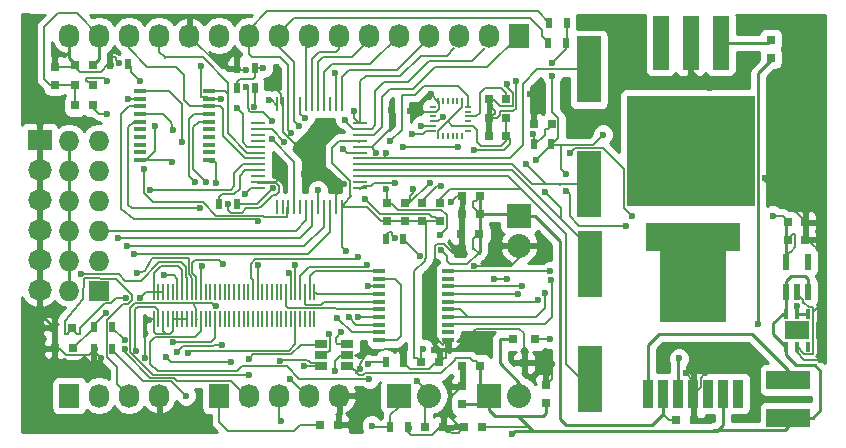
<source format=gbr>
G04 #@! TF.FileFunction,Copper,L1,Top,Signal*
%FSLAX46Y46*%
G04 Gerber Fmt 4.6, Leading zero omitted, Abs format (unit mm)*
G04 Created by KiCad (PCBNEW 4.0.0-rc2-stable) date 4/30/2016 4:42:47 AM*
%MOMM*%
G01*
G04 APERTURE LIST*
%ADD10C,0.100000*%
%ADD11R,0.500000X0.900000*%
%ADD12R,3.700000X1.600000*%
%ADD13R,0.800000X0.750000*%
%ADD14R,0.750000X0.800000*%
%ADD15R,1.390000X4.600000*%
%ADD16R,10.800000X9.400000*%
%ADD17R,0.797560X0.797560*%
%ADD18R,1.727200X1.727200*%
%ADD19O,1.727200X1.727200*%
%ADD20R,1.727200X2.032000*%
%ADD21O,1.727200X2.032000*%
%ADD22R,2.032000X2.032000*%
%ADD23O,2.032000X2.032000*%
%ADD24R,0.800100X0.800100*%
%ADD25R,0.990600X0.304800*%
%ADD26R,0.200000X1.430000*%
%ADD27R,1.060000X0.650000*%
%ADD28R,0.406400X0.812800*%
%ADD29R,2.006600X1.498600*%
%ADD30R,0.558800X1.320800*%
%ADD31R,0.230000X0.600000*%
%ADD32R,0.600000X0.230000*%
%ADD33R,1.300000X0.250000*%
%ADD34R,0.250000X1.300000*%
%ADD35R,2.100580X5.600700*%
%ADD36R,5.590000X6.350000*%
%ADD37R,0.910000X2.410000*%
%ADD38R,8.000000X2.410000*%
%ADD39R,2.032000X1.727200*%
%ADD40O,2.032000X1.727200*%
%ADD41C,0.600000*%
%ADD42C,0.250000*%
%ADD43C,0.160000*%
%ADD44C,0.254000*%
G04 APERTURE END LIST*
D10*
D11*
X156540000Y-83560000D03*
X158040000Y-83560000D03*
X156590000Y-81870000D03*
X158090000Y-81870000D03*
D12*
X176820000Y-115290000D03*
X176820000Y-112090000D03*
D13*
X116250000Y-109425000D03*
X114750000Y-109425000D03*
X145775000Y-110575000D03*
X147275000Y-110575000D03*
X150700000Y-98080000D03*
X149200000Y-98080000D03*
X150730000Y-96550000D03*
X149230000Y-96550000D03*
D14*
X175370000Y-84800000D03*
X175370000Y-83300000D03*
D13*
X150670000Y-99730000D03*
X149170000Y-99730000D03*
X149230000Y-110870000D03*
X150730000Y-110870000D03*
X149370000Y-116040000D03*
X150870000Y-116040000D03*
X176780000Y-100230000D03*
X178280000Y-100230000D03*
X138725000Y-115875000D03*
X137225000Y-115875000D03*
X176780000Y-98740000D03*
X178280000Y-98740000D03*
D14*
X149250000Y-114110000D03*
X149250000Y-112610000D03*
X156320000Y-114060000D03*
X156320000Y-112560000D03*
D13*
X152980000Y-88330000D03*
X151480000Y-88330000D03*
X152970000Y-89890000D03*
X151470000Y-89890000D03*
D14*
X114750000Y-87090000D03*
X114750000Y-85590000D03*
D13*
X146125000Y-116100000D03*
X147625000Y-116100000D03*
X151480000Y-91430000D03*
X152980000Y-91430000D03*
X156800000Y-90450000D03*
X155300000Y-90450000D03*
X116200000Y-107675000D03*
X114700000Y-107675000D03*
D14*
X144370000Y-98600000D03*
X144370000Y-97100000D03*
X142870000Y-98600000D03*
X142870000Y-97100000D03*
X147370000Y-98620000D03*
X147370000Y-97120000D03*
X145870000Y-98610000D03*
X145870000Y-97110000D03*
D15*
X168580000Y-83530000D03*
D16*
X168580000Y-92680000D03*
D15*
X166040000Y-83530000D03*
X171120000Y-83530000D03*
D17*
X117959300Y-85420000D03*
X116460700Y-85420000D03*
X116460700Y-87130000D03*
X117959300Y-87130000D03*
X116480700Y-88850000D03*
X117979300Y-88850000D03*
D18*
X118490000Y-104520000D03*
D19*
X115950000Y-104520000D03*
X118490000Y-101980000D03*
X115950000Y-101980000D03*
X118490000Y-99440000D03*
X115950000Y-99440000D03*
X118490000Y-96900000D03*
X115950000Y-96900000D03*
X118490000Y-94360000D03*
X115950000Y-94360000D03*
X118490000Y-91820000D03*
X115950000Y-91820000D03*
D20*
X154050000Y-82930000D03*
D21*
X151510000Y-82930000D03*
X148970000Y-82930000D03*
X146430000Y-82930000D03*
X143890000Y-82930000D03*
X141350000Y-82930000D03*
X138810000Y-82930000D03*
X136270000Y-82930000D03*
X133730000Y-82930000D03*
X131190000Y-82930000D03*
X128650000Y-82930000D03*
X126110000Y-82930000D03*
X123570000Y-82930000D03*
X121030000Y-82930000D03*
X118490000Y-82930000D03*
X115950000Y-82930000D03*
D20*
X128650000Y-113410000D03*
D21*
X131190000Y-113410000D03*
X133730000Y-113410000D03*
X136270000Y-113410000D03*
X138810000Y-113410000D03*
D20*
X115950000Y-113410000D03*
D21*
X118490000Y-113410000D03*
X121030000Y-113410000D03*
X123570000Y-113410000D03*
D22*
X151510000Y-113410000D03*
D23*
X154050000Y-113410000D03*
D22*
X143890000Y-113410000D03*
D23*
X146430000Y-113410000D03*
D22*
X154050000Y-98170000D03*
D23*
X154050000Y-100710000D03*
D24*
X155430000Y-108649240D03*
X153530000Y-108649240D03*
X154480000Y-110648220D03*
D11*
X142750000Y-110575000D03*
X144250000Y-110575000D03*
X119550000Y-107575000D03*
X118050000Y-107575000D03*
X118050000Y-109450000D03*
X119550000Y-109450000D03*
X130170000Y-97230000D03*
X128670000Y-97230000D03*
X143150000Y-116100000D03*
X144650000Y-116100000D03*
X131680000Y-87390000D03*
X130180000Y-87390000D03*
X131660000Y-85690000D03*
X130160000Y-85690000D03*
X120900000Y-85375000D03*
X119400000Y-85375000D03*
X144250000Y-100175000D03*
X142750000Y-100175000D03*
X156775000Y-92150000D03*
X155275000Y-92150000D03*
D25*
X142202200Y-102875000D03*
X142202200Y-103525000D03*
X142202200Y-104175000D03*
X142202200Y-104825000D03*
X142202200Y-105475000D03*
X142202200Y-106125000D03*
X142202200Y-106775000D03*
X142202200Y-107425000D03*
X148037800Y-107425000D03*
X148037800Y-106775000D03*
X148037800Y-106125000D03*
X148037800Y-105475000D03*
X148037800Y-104825000D03*
X148037800Y-104175000D03*
X148037800Y-103525000D03*
X148037800Y-102875000D03*
X142202200Y-108075000D03*
X142202200Y-108725000D03*
X148037800Y-108075000D03*
X148037800Y-108725000D03*
D26*
X123120000Y-106965000D03*
X123520000Y-106965000D03*
X123920000Y-106965000D03*
X124320000Y-106965000D03*
X124720000Y-106965000D03*
X125120000Y-106965000D03*
X125520000Y-106965000D03*
X125920000Y-106965000D03*
X126320000Y-106965000D03*
X126720000Y-106965000D03*
X127120000Y-106965000D03*
X127520000Y-106965000D03*
X127920000Y-106965000D03*
X128320000Y-106965000D03*
X128720000Y-106965000D03*
X129120000Y-106965000D03*
X129520000Y-106965000D03*
X129920000Y-106965000D03*
X130320000Y-106965000D03*
X130720000Y-106965000D03*
X131120000Y-106965000D03*
X131520000Y-106965000D03*
X131920000Y-106965000D03*
X132320000Y-106965000D03*
X132720000Y-106965000D03*
X133120000Y-106965000D03*
X133520000Y-106965000D03*
X133920000Y-106965000D03*
X134320000Y-106965000D03*
X134720000Y-106965000D03*
X135120000Y-106965000D03*
X135520000Y-106965000D03*
X135920000Y-106965000D03*
X136320000Y-106965000D03*
X136720000Y-106965000D03*
X123120000Y-104615000D03*
X123520000Y-104615000D03*
X123920000Y-104615000D03*
X124320000Y-104615000D03*
X124720000Y-104615000D03*
X125120000Y-104615000D03*
X125520000Y-104615000D03*
X125920000Y-104615000D03*
X126320000Y-104615000D03*
X126720000Y-104615000D03*
X127120000Y-104615000D03*
X127520000Y-104615000D03*
X127920000Y-104615000D03*
X128320000Y-104615000D03*
X128720000Y-104615000D03*
X129120000Y-104615000D03*
X129520000Y-104615000D03*
X129920000Y-104615000D03*
X130320000Y-104615000D03*
X130720000Y-104615000D03*
X131120000Y-104615000D03*
X131520000Y-104615000D03*
X131920000Y-104615000D03*
X132320000Y-104615000D03*
X132720000Y-104615000D03*
X133120000Y-104615000D03*
X133520000Y-104615000D03*
X133920000Y-104615000D03*
X134320000Y-104615000D03*
X134720000Y-104615000D03*
X135120000Y-104615000D03*
X135520000Y-104615000D03*
X135920000Y-104615000D03*
X136320000Y-104615000D03*
X136720000Y-104615000D03*
D27*
X139520000Y-110940000D03*
X139520000Y-109990000D03*
X139520000Y-109040000D03*
X137320000Y-109040000D03*
X137320000Y-110940000D03*
X137320000Y-109990000D03*
D25*
X121922200Y-87625000D03*
X121922200Y-88275000D03*
X121922200Y-88925000D03*
X121922200Y-89575000D03*
X121922200Y-90225000D03*
X121922200Y-90875000D03*
X121922200Y-91525000D03*
X121922200Y-92175000D03*
X127757800Y-92175000D03*
X127757800Y-91525000D03*
X127757800Y-90875000D03*
X127757800Y-90225000D03*
X127757800Y-89575000D03*
X127757800Y-88925000D03*
X127757800Y-88275000D03*
X127757800Y-87625000D03*
X121922200Y-92825000D03*
X121922200Y-93475000D03*
X127757800Y-92825000D03*
X127757800Y-93475000D03*
D28*
X176640200Y-109267000D03*
X177580000Y-109267000D03*
X178519800Y-109267000D03*
X178519800Y-106473000D03*
X177580000Y-106473000D03*
X176640200Y-106473000D03*
D29*
X177605400Y-107895400D03*
D30*
X176640200Y-104630000D03*
X177580000Y-104630000D03*
X178519800Y-104630000D03*
X178519800Y-102090000D03*
X176640200Y-102090000D03*
D31*
X147220000Y-91480000D03*
X147620000Y-91480000D03*
X148020000Y-91480000D03*
X148420000Y-91480000D03*
X148820000Y-91480000D03*
X149220000Y-91480000D03*
D32*
X149720000Y-90980000D03*
X149720000Y-90580000D03*
X149720000Y-90180000D03*
X149720000Y-89780000D03*
X149720000Y-89380000D03*
X149720000Y-88980000D03*
D31*
X149220000Y-88480000D03*
X148820000Y-88480000D03*
X148420000Y-88480000D03*
X148020000Y-88480000D03*
X147620000Y-88480000D03*
X147220000Y-88480000D03*
D32*
X146720000Y-88980000D03*
X146720000Y-89380000D03*
X146720000Y-89780000D03*
X146720000Y-90180000D03*
X146720000Y-90580000D03*
X146720000Y-90980000D03*
D33*
X140620000Y-95840000D03*
X140620000Y-95340000D03*
X140620000Y-94840000D03*
X140620000Y-94340000D03*
X140620000Y-93840000D03*
X140620000Y-93340000D03*
X140620000Y-92840000D03*
X140620000Y-92340000D03*
X140620000Y-91840000D03*
X140620000Y-91340000D03*
X140620000Y-90840000D03*
X140620000Y-90340000D03*
D34*
X139020000Y-88740000D03*
X138520000Y-88740000D03*
X138020000Y-88740000D03*
X137520000Y-88740000D03*
X137020000Y-88740000D03*
X136520000Y-88740000D03*
X136020000Y-88740000D03*
X135520000Y-88740000D03*
X135020000Y-88740000D03*
X134520000Y-88740000D03*
X134020000Y-88740000D03*
X133520000Y-88740000D03*
D33*
X131920000Y-90340000D03*
X131920000Y-90840000D03*
X131920000Y-91340000D03*
X131920000Y-91840000D03*
X131920000Y-92340000D03*
X131920000Y-92840000D03*
X131920000Y-93340000D03*
X131920000Y-93840000D03*
X131920000Y-94340000D03*
X131920000Y-94840000D03*
X131920000Y-95340000D03*
X131920000Y-95840000D03*
D34*
X133520000Y-97440000D03*
X134020000Y-97440000D03*
X134520000Y-97440000D03*
X135020000Y-97440000D03*
X135520000Y-97440000D03*
X136020000Y-97440000D03*
X136520000Y-97440000D03*
X137020000Y-97440000D03*
X137520000Y-97440000D03*
X138020000Y-97440000D03*
X138520000Y-97440000D03*
X139020000Y-97440000D03*
D35*
X159950000Y-85801140D03*
X159950000Y-95498860D03*
X160060000Y-102281140D03*
X160060000Y-111978860D03*
D36*
X168780000Y-104020000D03*
D37*
X164970000Y-113245000D03*
X166240000Y-113245000D03*
X167510000Y-113245000D03*
X168780000Y-113245000D03*
X170050000Y-113245000D03*
X171320000Y-113245000D03*
X172590000Y-113245000D03*
D38*
X168780000Y-100020000D03*
D13*
X168825000Y-115500000D03*
X167325000Y-115500000D03*
D39*
X113450000Y-91775000D03*
D40*
X113450000Y-94315000D03*
X113450000Y-96855000D03*
X113450000Y-99395000D03*
X113450000Y-101935000D03*
X113450000Y-104475000D03*
D41*
X114450000Y-88525000D03*
X148325000Y-97000000D03*
X144850000Y-89350000D03*
X143200000Y-89275000D03*
X146225000Y-103125000D03*
X150200000Y-102450000D03*
X138450000Y-111325000D03*
X135875000Y-94625000D03*
X134200000Y-94625000D03*
X118675000Y-110275000D03*
X122375000Y-110275000D03*
X148150000Y-112475000D03*
X146850000Y-109525000D03*
X174879000Y-94996000D03*
X169799000Y-111506000D03*
X179578000Y-110363000D03*
X133350000Y-87376000D03*
X130937000Y-85852000D03*
X120142000Y-85217000D03*
X156845000Y-110744000D03*
X168148000Y-111506000D03*
X139192000Y-95504000D03*
X141975000Y-92850000D03*
X129413000Y-97155000D03*
X128397000Y-95377000D03*
X170180000Y-87376000D03*
X140589000Y-111125000D03*
X153797000Y-86741000D03*
X154940000Y-87884000D03*
X153035000Y-86995000D03*
X146558000Y-87884000D03*
X147430000Y-101070000D03*
X131620000Y-88950000D03*
X135380000Y-90590000D03*
X145750000Y-90550000D03*
X177575000Y-105850000D03*
X163100000Y-99025000D03*
X158050000Y-96100000D03*
X158000000Y-94625000D03*
X139375000Y-101175000D03*
X130850000Y-96350000D03*
X145950000Y-109450000D03*
X145375000Y-112200000D03*
X140970000Y-96774000D03*
X155448000Y-93472000D03*
X121920000Y-105156000D03*
X120777000Y-105156000D03*
X161163000Y-91313000D03*
X156845000Y-86360000D03*
X156845000Y-85217000D03*
X127127000Y-85471000D03*
X128778000Y-88265000D03*
X132842000Y-88392000D03*
X134760000Y-91200000D03*
X145010000Y-91230000D03*
X153475000Y-116650000D03*
X124650000Y-93600000D03*
X119075000Y-106425000D03*
X123950000Y-103225000D03*
X123190000Y-90551000D03*
X120904000Y-88265000D03*
X174310000Y-107330000D03*
X167600000Y-110260000D03*
X150241000Y-92583000D03*
X158369000Y-92837000D03*
X163576000Y-98171000D03*
X175514000Y-98171000D03*
X155250000Y-91275000D03*
X148875000Y-92350000D03*
X144200000Y-92350000D03*
X139175000Y-92500000D03*
X145034000Y-95885000D03*
X153035000Y-103505000D03*
X151892000Y-103505000D03*
X145669000Y-101600000D03*
X154640000Y-93770000D03*
X146470000Y-95380000D03*
X147320000Y-99822000D03*
X143510000Y-100076000D03*
X142750000Y-92850000D03*
X142820000Y-95900000D03*
X147480000Y-95700000D03*
X156220000Y-96170000D03*
X119126000Y-86741000D03*
X130937000Y-87249000D03*
X133096000Y-90170000D03*
X133096000Y-91694000D03*
X122301000Y-94234000D03*
X119126000Y-89535000D03*
X130190000Y-89080000D03*
X122810000Y-95970000D03*
X120130000Y-100050000D03*
X120830000Y-100790000D03*
X121450000Y-101460000D03*
X139319000Y-90043000D03*
X140081000Y-89281000D03*
X133850000Y-110500000D03*
X135830000Y-110910000D03*
X129020000Y-102290000D03*
X120650000Y-109474000D03*
X121666000Y-102997000D03*
X133900000Y-115550000D03*
X116950000Y-103100000D03*
X134675000Y-112025000D03*
X129625000Y-110600000D03*
X124150000Y-110150000D03*
X121650000Y-109625000D03*
X126620000Y-95350000D03*
X127550000Y-95300000D03*
X141575000Y-115950000D03*
X137000000Y-96000000D03*
X156640000Y-108640000D03*
X133210000Y-95870000D03*
X141300000Y-110750000D03*
X138960000Y-108050000D03*
X141370000Y-111970000D03*
X128397000Y-105791000D03*
X128905000Y-109093000D03*
X125095000Y-109728000D03*
X120650000Y-108712000D03*
X131170000Y-110290000D03*
X131210000Y-111640000D03*
X137922000Y-108204000D03*
X125857000Y-113411000D03*
X138490000Y-86080000D03*
X132390000Y-85690000D03*
X121920000Y-86741000D03*
X135890000Y-89916000D03*
X141230000Y-104140000D03*
X141180000Y-102330000D03*
X140410000Y-101670000D03*
X140450000Y-106760000D03*
X135100000Y-102390000D03*
X139620000Y-106790000D03*
X156780000Y-103590000D03*
X156210000Y-104750000D03*
X155680000Y-105360000D03*
X153920000Y-104810000D03*
X154260000Y-104150000D03*
X156670000Y-102900000D03*
X134560000Y-103000000D03*
X138660000Y-106820000D03*
X124750000Y-90950000D03*
X124770000Y-108890000D03*
X126040000Y-109770000D03*
X125490000Y-91970000D03*
X127170000Y-102410000D03*
X127020000Y-97570000D03*
X131940000Y-102390000D03*
X131920000Y-98610000D03*
X134170000Y-91920000D03*
X143090000Y-91880000D03*
X147574000Y-89789000D03*
X143510000Y-95377000D03*
D42*
X113450000Y-101935000D02*
X113450000Y-99395000D01*
X113450000Y-99395000D02*
X113450000Y-96855000D01*
X113450000Y-96855000D02*
X113450000Y-94315000D01*
X113450000Y-91775000D02*
X113450000Y-94315000D01*
X113450000Y-104475000D02*
X113450000Y-106425000D01*
X113450000Y-106425000D02*
X114700000Y-107675000D01*
X113450000Y-91775000D02*
X113450000Y-89525000D01*
X113450000Y-89525000D02*
X114450000Y-88525000D01*
X113450000Y-91775000D02*
X113450000Y-104475000D01*
D43*
X168825000Y-115500000D02*
X168825000Y-113290000D01*
X168825000Y-113290000D02*
X168780000Y-113245000D01*
X138725000Y-115875000D02*
X138725000Y-113495000D01*
X138725000Y-113495000D02*
X138810000Y-113410000D01*
X149230000Y-96550000D02*
X148775000Y-96550000D01*
X148775000Y-96550000D02*
X148325000Y-97000000D01*
X140620000Y-92340000D02*
X141585000Y-92340000D01*
X144880000Y-89380000D02*
X146720000Y-89380000D01*
X144850000Y-89350000D02*
X144880000Y-89380000D01*
X143200000Y-90725000D02*
X143200000Y-89275000D01*
X141585000Y-92340000D02*
X143200000Y-90725000D01*
X154050000Y-100710000D02*
X154050000Y-101775000D01*
X146675000Y-103575000D02*
X146950000Y-103575000D01*
X146225000Y-103125000D02*
X146675000Y-103575000D01*
X153375000Y-102450000D02*
X150200000Y-102450000D01*
X154050000Y-101775000D02*
X153375000Y-102450000D01*
X139520000Y-109990000D02*
X138935000Y-109990000D01*
X138450000Y-110475000D02*
X138450000Y-111325000D01*
X138935000Y-109990000D02*
X138450000Y-110475000D01*
X136150000Y-94275000D02*
X137963000Y-94275000D01*
X137963000Y-94275000D02*
X139192000Y-95504000D01*
X131920000Y-95340000D02*
X133485000Y-95340000D01*
X134020000Y-91120000D02*
X134020000Y-88740000D01*
X136150000Y-93250000D02*
X134020000Y-91120000D01*
X136150000Y-94350000D02*
X136150000Y-94275000D01*
X136150000Y-94275000D02*
X136150000Y-93250000D01*
X135875000Y-94625000D02*
X136150000Y-94350000D01*
X133485000Y-95340000D02*
X134200000Y-94625000D01*
X114750000Y-109425000D02*
X114750000Y-109950000D01*
X123570000Y-114830000D02*
X123570000Y-113410000D01*
X123250000Y-115150000D02*
X123570000Y-114830000D01*
X114425000Y-115150000D02*
X123250000Y-115150000D01*
X114150000Y-114875000D02*
X114425000Y-115150000D01*
X114150000Y-110550000D02*
X114150000Y-114875000D01*
X114750000Y-109950000D02*
X114150000Y-110550000D01*
X123120000Y-106965000D02*
X122825000Y-106965000D01*
X118675000Y-110275000D02*
X118050000Y-109650000D01*
X122350002Y-107400217D02*
X122375000Y-110275000D01*
X122825000Y-106965000D02*
X122350002Y-107400217D01*
X118050000Y-109650000D02*
X118050000Y-109450000D01*
X178280000Y-100230000D02*
X178530000Y-100230000D01*
X178530000Y-100230000D02*
X179750000Y-101450000D01*
X178975000Y-106900000D02*
X178943000Y-106900000D01*
X178975000Y-106300000D02*
X178975000Y-106900000D01*
X179750000Y-105525000D02*
X178975000Y-106300000D01*
X179750000Y-101450000D02*
X179750000Y-105525000D01*
X147275000Y-110575000D02*
X147275000Y-109950000D01*
X148285000Y-112610000D02*
X149250000Y-112610000D01*
X148150000Y-112475000D02*
X148285000Y-112610000D01*
X147275000Y-109950000D02*
X146850000Y-109525000D01*
X147828000Y-109650000D02*
X148500000Y-109650000D01*
X154480000Y-108155000D02*
X154480000Y-110648220D01*
X154075000Y-107750000D02*
X154480000Y-108155000D01*
X150400000Y-107750000D02*
X154075000Y-107750000D01*
X148500000Y-109650000D02*
X150400000Y-107750000D01*
X178280000Y-98740000D02*
X178308000Y-98679000D01*
X178308000Y-98679000D02*
X174879000Y-95250000D01*
X174879000Y-95250000D02*
X174879000Y-94996000D01*
X168780000Y-113245000D02*
X168783000Y-113284000D01*
X168783000Y-113284000D02*
X169418000Y-112649000D01*
X169418000Y-112649000D02*
X169418000Y-111887000D01*
X169418000Y-111887000D02*
X169799000Y-111506000D01*
X179578000Y-110363000D02*
X178181000Y-110363000D01*
X178181000Y-110363000D02*
X177546000Y-109728000D01*
X177546000Y-109728000D02*
X177546000Y-109220000D01*
X177546000Y-109220000D02*
X177580000Y-109267000D01*
X134020000Y-88740000D02*
X133985000Y-88773000D01*
X133985000Y-88773000D02*
X133858000Y-88646000D01*
X133858000Y-88646000D02*
X133858000Y-87884000D01*
X133858000Y-87884000D02*
X133350000Y-87376000D01*
X130937000Y-85852000D02*
X130302000Y-85852000D01*
X130302000Y-85852000D02*
X130175000Y-85725000D01*
X130175000Y-85725000D02*
X130160000Y-85690000D01*
X120142000Y-85217000D02*
X119888000Y-84963000D01*
X119888000Y-84963000D02*
X119888000Y-84709000D01*
X119888000Y-84709000D02*
X119634000Y-84709000D01*
X119634000Y-84709000D02*
X119380000Y-84963000D01*
X119380000Y-84963000D02*
X119380000Y-85344000D01*
X119380000Y-85344000D02*
X119400000Y-85375000D01*
X156320000Y-112560000D02*
X156337000Y-112522000D01*
X156337000Y-112522000D02*
X156845000Y-112014000D01*
X156845000Y-112014000D02*
X156845000Y-110744000D01*
X168148000Y-111506000D02*
X168783000Y-112141000D01*
X168783000Y-112141000D02*
X168783000Y-113284000D01*
X168783000Y-113284000D02*
X168780000Y-113245000D01*
X140620000Y-92340000D02*
X140589000Y-92329000D01*
X140589000Y-92329000D02*
X141605000Y-92329000D01*
X141605000Y-92329000D02*
X141975000Y-92850000D01*
X139192000Y-95504000D02*
X138557000Y-96139000D01*
X138557000Y-96139000D02*
X138557000Y-97409000D01*
X138557000Y-97409000D02*
X138520000Y-97440000D01*
X138810000Y-113410000D02*
X138684000Y-113538000D01*
X131920000Y-95340000D02*
X131953000Y-95377000D01*
X131953000Y-95377000D02*
X133477000Y-95377000D01*
X133477000Y-95377000D02*
X133731000Y-95631000D01*
X133731000Y-95631000D02*
X133731000Y-96139000D01*
X133731000Y-96139000D02*
X133477000Y-96393000D01*
X133477000Y-96393000D02*
X133223000Y-96393000D01*
X133223000Y-96393000D02*
X132207000Y-97409000D01*
X132207000Y-97409000D02*
X132080000Y-97409000D01*
X132080000Y-97409000D02*
X131953000Y-97536000D01*
X131953000Y-97536000D02*
X130937000Y-97536000D01*
X130937000Y-97536000D02*
X130556000Y-97917000D01*
X130556000Y-97917000D02*
X129667000Y-97917000D01*
X129667000Y-97917000D02*
X129413000Y-97663000D01*
X129413000Y-97663000D02*
X129413000Y-97155000D01*
X128397000Y-95377000D02*
X128397000Y-93599000D01*
X128397000Y-93599000D02*
X127889000Y-93599000D01*
X127889000Y-93599000D02*
X127762000Y-93472000D01*
X127762000Y-93472000D02*
X127757800Y-93475000D01*
X149170000Y-101320000D02*
X149225000Y-101346000D01*
X149225000Y-101346000D02*
X148463000Y-101346000D01*
X148463000Y-101346000D02*
X147701000Y-100584000D01*
X147701000Y-100584000D02*
X147066000Y-100584000D01*
X147066000Y-100584000D02*
X146939000Y-100711000D01*
X146939000Y-100711000D02*
X146939000Y-101346000D01*
X146939000Y-101346000D02*
X146950000Y-101900000D01*
X146950000Y-101900000D02*
X146950000Y-103575000D01*
X146950000Y-103575000D02*
X146950000Y-108350000D01*
X146950000Y-108350000D02*
X147574000Y-109093000D01*
X147574000Y-109093000D02*
X147574000Y-108966000D01*
X147574000Y-108966000D02*
X147828000Y-108966000D01*
X147828000Y-108966000D02*
X148082000Y-108712000D01*
X148082000Y-108712000D02*
X148037800Y-108725000D01*
X170180000Y-87376000D02*
X168529000Y-85725000D01*
X168529000Y-85725000D02*
X168529000Y-83566000D01*
X168529000Y-83566000D02*
X168580000Y-83530000D01*
X115062000Y-107315000D02*
X114681000Y-107696000D01*
X114681000Y-107696000D02*
X114700000Y-107675000D01*
X116460700Y-85420000D02*
X116459000Y-85471000D01*
X116459000Y-85471000D02*
X116586000Y-85598000D01*
X144250000Y-110575000D02*
X144272000Y-110617000D01*
X144272000Y-110617000D02*
X144018000Y-110363000D01*
X144018000Y-110363000D02*
X144018000Y-109982000D01*
X144018000Y-109982000D02*
X143789414Y-109505074D01*
X143789414Y-109505074D02*
X143736414Y-109513074D01*
X143736414Y-109513074D02*
X143789414Y-109505074D01*
X143789414Y-109505074D02*
X141375206Y-109524998D01*
X141375206Y-109524998D02*
X140589000Y-110744000D01*
X140589000Y-110744000D02*
X140589000Y-111125000D01*
X151470000Y-89890000D02*
X151511000Y-89916000D01*
X151511000Y-89916000D02*
X152146000Y-89916000D01*
X153797000Y-89154000D02*
X153797000Y-86741000D01*
X153670000Y-89154000D02*
X153797000Y-89154000D01*
X153543000Y-89281000D02*
X153670000Y-89154000D01*
X152400000Y-89281000D02*
X153543000Y-89281000D01*
X152400000Y-89662000D02*
X152400000Y-89281000D01*
X152146000Y-89916000D02*
X152400000Y-89662000D01*
X155321000Y-88265000D02*
X155321000Y-90424000D01*
X154940000Y-87884000D02*
X155321000Y-88265000D01*
X155321000Y-90424000D02*
X155300000Y-90450000D01*
X148037800Y-108725000D02*
X148082000Y-108712000D01*
X148082000Y-108712000D02*
X147828000Y-108966000D01*
X147828000Y-108966000D02*
X147828000Y-109650000D01*
X147828000Y-109650000D02*
X147828000Y-110236000D01*
X147828000Y-110236000D02*
X147701000Y-110236000D01*
X147701000Y-110236000D02*
X147320000Y-110617000D01*
X147320000Y-110617000D02*
X147275000Y-110575000D01*
X151480000Y-88330000D02*
X151511000Y-88392000D01*
X151511000Y-88392000D02*
X151892000Y-88392000D01*
X151892000Y-88392000D02*
X152400000Y-88900000D01*
X152400000Y-88900000D02*
X153543000Y-88900000D01*
X153543000Y-88900000D02*
X153543000Y-87757000D01*
X153543000Y-87757000D02*
X153035000Y-87249000D01*
X153035000Y-87249000D02*
X153035000Y-86995000D01*
X146558000Y-87884000D02*
X147193000Y-88519000D01*
X147193000Y-88519000D02*
X147220000Y-88480000D01*
X177580000Y-109267000D02*
X177546000Y-109220000D01*
X177546000Y-109220000D02*
X178181000Y-109855000D01*
X178181000Y-109855000D02*
X178943000Y-109855000D01*
X178943000Y-109855000D02*
X178943000Y-106900000D01*
X178943000Y-106900000D02*
X178943000Y-105918000D01*
X178943000Y-105918000D02*
X178562000Y-105918000D01*
X178562000Y-105918000D02*
X178181000Y-105537000D01*
X178181000Y-105537000D02*
X178054000Y-105537000D01*
X178054000Y-105537000D02*
X178054000Y-105283000D01*
X178054000Y-105283000D02*
X177546000Y-104775000D01*
X177546000Y-104775000D02*
X177546000Y-104648000D01*
X177546000Y-104648000D02*
X177580000Y-104630000D01*
X119400000Y-85375000D02*
X119380000Y-85344000D01*
X119380000Y-85344000D02*
X119253000Y-85344000D01*
X119253000Y-85344000D02*
X118618000Y-85979000D01*
X118618000Y-85979000D02*
X116840000Y-85979000D01*
X116840000Y-85979000D02*
X116459000Y-85598000D01*
X116459000Y-85598000D02*
X116459000Y-85471000D01*
X116459000Y-85471000D02*
X116460700Y-85420000D01*
X114750000Y-109425000D02*
X114808000Y-109474000D01*
X114808000Y-109474000D02*
X115189000Y-109474000D01*
X115189000Y-109474000D02*
X115697000Y-109982000D01*
X115697000Y-109982000D02*
X117602000Y-109982000D01*
X117602000Y-109982000D02*
X118110000Y-109474000D01*
X118110000Y-109474000D02*
X118050000Y-109450000D01*
X147275000Y-110575000D02*
X147320000Y-110617000D01*
X147320000Y-110617000D02*
X146939000Y-110617000D01*
X146939000Y-110617000D02*
X146431000Y-111125000D01*
X146431000Y-111125000D02*
X144780000Y-111125000D01*
X144780000Y-111125000D02*
X144272000Y-110617000D01*
X144272000Y-110617000D02*
X144250000Y-110575000D01*
X147625000Y-116100000D02*
X147574000Y-116078000D01*
X147574000Y-116078000D02*
X147320000Y-116078000D01*
X147320000Y-116078000D02*
X146685000Y-116713000D01*
X146685000Y-116713000D02*
X144907000Y-116713000D01*
X144907000Y-116713000D02*
X144653000Y-116459000D01*
X144653000Y-116459000D02*
X144653000Y-116078000D01*
X144653000Y-116078000D02*
X144650000Y-116100000D01*
X114700000Y-107675000D02*
X114681000Y-107696000D01*
X114681000Y-107696000D02*
X114808000Y-107823000D01*
X114808000Y-107823000D02*
X114808000Y-109474000D01*
X114808000Y-109474000D02*
X114750000Y-109425000D01*
X149370000Y-116040000D02*
X149352000Y-116078000D01*
X149352000Y-116078000D02*
X148971000Y-116459000D01*
X148971000Y-116459000D02*
X148971000Y-116586000D01*
X148971000Y-116586000D02*
X148336000Y-116586000D01*
X148336000Y-116586000D02*
X148209000Y-116459000D01*
X148209000Y-116459000D02*
X147955000Y-116459000D01*
X147955000Y-116459000D02*
X147574000Y-116078000D01*
X147574000Y-116078000D02*
X147625000Y-116100000D01*
X151470000Y-89890000D02*
X151511000Y-89916000D01*
X151511000Y-89916000D02*
X151892000Y-89535000D01*
X151892000Y-89535000D02*
X152019000Y-89535000D01*
X152019000Y-89535000D02*
X152019000Y-89281000D01*
X152019000Y-89281000D02*
X151765000Y-89027000D01*
X151765000Y-89027000D02*
X151765000Y-88773000D01*
X151765000Y-88773000D02*
X151511000Y-88519000D01*
X151511000Y-88519000D02*
X151511000Y-88392000D01*
X151511000Y-88392000D02*
X151480000Y-88330000D01*
D42*
X154480000Y-110648220D02*
X155718220Y-110648220D01*
X155718220Y-110648220D02*
X156320000Y-111250000D01*
X156320000Y-111250000D02*
X156320000Y-112560000D01*
D43*
X130160000Y-85690000D02*
X128870000Y-85690000D01*
X128870000Y-85690000D02*
X126110000Y-82930000D01*
X149370000Y-116040000D02*
X149050000Y-116040000D01*
X149050000Y-116040000D02*
X148220000Y-115210000D01*
X148220000Y-113640000D02*
X149250000Y-112610000D01*
X148220000Y-115210000D02*
X148220000Y-113640000D01*
X114750000Y-85590000D02*
X116290700Y-85590000D01*
X116290700Y-85590000D02*
X116460700Y-85420000D01*
D42*
X116460700Y-85420000D02*
X116460700Y-85340700D01*
X116460700Y-85340700D02*
X115950000Y-84830000D01*
X115950000Y-84830000D02*
X115950000Y-82930000D01*
X178280000Y-98740000D02*
X178280000Y-100230000D01*
X149230000Y-110870000D02*
X149230000Y-112590000D01*
X149230000Y-112590000D02*
X149250000Y-112610000D01*
X149230000Y-96550000D02*
X149230000Y-98050000D01*
X149230000Y-98050000D02*
X149200000Y-98080000D01*
X149170000Y-101320000D02*
X149170000Y-99730000D01*
X149170000Y-99730000D02*
X149200000Y-99700000D01*
X149200000Y-99700000D02*
X149200000Y-98080000D01*
D43*
X146720000Y-89380000D02*
X147030000Y-89380000D01*
X147030000Y-89380000D02*
X147270000Y-89140000D01*
X147270000Y-89140000D02*
X147270000Y-88530000D01*
X147270000Y-88530000D02*
X147220000Y-88480000D01*
X151480000Y-88330000D02*
X151480000Y-91430000D01*
X123120000Y-106965000D02*
X123120000Y-108000000D01*
X123300000Y-108180000D02*
X124140000Y-108180000D01*
X123120000Y-108000000D02*
X123300000Y-108180000D01*
X124720000Y-106965000D02*
X124720000Y-107990000D01*
X123920000Y-107960000D02*
X124140000Y-108180000D01*
X123920000Y-107960000D02*
X123920000Y-106965000D01*
X124530000Y-108180000D02*
X124140000Y-108180000D01*
X124720000Y-107990000D02*
X124530000Y-108180000D01*
X124720000Y-106965000D02*
X125120000Y-106965000D01*
X125120000Y-106965000D02*
X125520000Y-106965000D01*
X125920000Y-106965000D02*
X125520000Y-106965000D01*
X167325000Y-115500000D02*
X166760000Y-115500000D01*
X166760000Y-115500000D02*
X166240000Y-114980000D01*
X147430000Y-101070000D02*
X147950000Y-101590000D01*
X147950000Y-101590000D02*
X147950000Y-102060000D01*
X147950000Y-102060000D02*
X148200000Y-102310000D01*
X148200000Y-102310000D02*
X149680000Y-102310000D01*
X149680000Y-102310000D02*
X150670000Y-101320000D01*
X150670000Y-99730000D02*
X150622000Y-99695000D01*
X150622000Y-99695000D02*
X150241000Y-100076000D01*
X150241000Y-100076000D02*
X150114000Y-100076000D01*
X150114000Y-100076000D02*
X150114000Y-100965000D01*
X150114000Y-100965000D02*
X150241000Y-100965000D01*
X150241000Y-100965000D02*
X150622000Y-101346000D01*
X150622000Y-101346000D02*
X150670000Y-101320000D01*
X150700000Y-98080000D02*
X150749000Y-98044000D01*
X150749000Y-98044000D02*
X150114000Y-97409000D01*
X150114000Y-97409000D02*
X150114000Y-96901000D01*
X150114000Y-96901000D02*
X150368000Y-96901000D01*
X150368000Y-96901000D02*
X150749000Y-96520000D01*
X150749000Y-96520000D02*
X150730000Y-96550000D01*
X131680000Y-87390000D02*
X131680000Y-88890000D01*
X131680000Y-88890000D02*
X131620000Y-88950000D01*
D42*
X166240000Y-113245000D02*
X166240000Y-114980000D01*
X155390000Y-98170000D02*
X154050000Y-98170000D01*
X157530000Y-100310000D02*
X155390000Y-98170000D01*
X157530000Y-115420000D02*
X157530000Y-100310000D01*
X158020000Y-115910000D02*
X157530000Y-115420000D01*
X165310000Y-115910000D02*
X158020000Y-115910000D01*
X166240000Y-114980000D02*
X165310000Y-115910000D01*
X150700000Y-98080000D02*
X153960000Y-98080000D01*
X153960000Y-98080000D02*
X154050000Y-98170000D01*
X150730000Y-96550000D02*
X150730000Y-101260000D01*
X150730000Y-101260000D02*
X150670000Y-101320000D01*
D43*
X133730000Y-82930000D02*
X133730000Y-82730000D01*
X133730000Y-82730000D02*
X135000000Y-81460000D01*
X155950000Y-82970000D02*
X156540000Y-83560000D01*
X155950000Y-82460000D02*
X155950000Y-82970000D01*
X154950000Y-81460000D02*
X155950000Y-82460000D01*
X135000000Y-81460000D02*
X154950000Y-81460000D01*
X146720000Y-90580000D02*
X145780000Y-90580000D01*
X134990000Y-90200000D02*
X134990000Y-88770000D01*
X135380000Y-90590000D02*
X134990000Y-90200000D01*
X145780000Y-90580000D02*
X145750000Y-90550000D01*
X134990000Y-88770000D02*
X135020000Y-88740000D01*
X133730000Y-82930000D02*
X133730000Y-83880000D01*
X133730000Y-83880000D02*
X135020000Y-85170000D01*
X135020000Y-85170000D02*
X135020000Y-88740000D01*
X140620000Y-91840000D02*
X138810000Y-91840000D01*
X139192000Y-97155000D02*
X139827000Y-96520000D01*
X139192000Y-97282000D02*
X139192000Y-97155000D01*
X139192000Y-97282000D02*
X139065000Y-97409000D01*
X139725000Y-96418000D02*
X139827000Y-96520000D01*
X139725000Y-95250000D02*
X139725000Y-96418000D01*
X138225000Y-93750000D02*
X139725000Y-95250000D01*
X138225000Y-92425000D02*
X138225000Y-93750000D01*
X138810000Y-91840000D02*
X138225000Y-92425000D01*
X157600000Y-92202000D02*
X157600000Y-94225000D01*
X177580000Y-105855000D02*
X177580000Y-106473000D01*
X177575000Y-105850000D02*
X177580000Y-105855000D01*
X159150000Y-99025000D02*
X163100000Y-99025000D01*
X158325000Y-98200000D02*
X159150000Y-99025000D01*
X158325000Y-96375000D02*
X158325000Y-98200000D01*
X158050000Y-96100000D02*
X158325000Y-96375000D01*
X157600000Y-94225000D02*
X158000000Y-94625000D01*
X139375000Y-101175000D02*
X139020000Y-100820000D01*
X139020000Y-100820000D02*
X139020000Y-97440000D01*
X131920000Y-95840000D02*
X131360000Y-95840000D01*
X131360000Y-95840000D02*
X130850000Y-96350000D01*
X146430000Y-113410000D02*
X146430000Y-113255000D01*
X146430000Y-113255000D02*
X145375000Y-112200000D01*
X145775000Y-109625000D02*
X145775000Y-110575000D01*
X145950000Y-109450000D02*
X145775000Y-109625000D01*
X146125000Y-116100000D02*
X146125000Y-113715000D01*
X146125000Y-113715000D02*
X146430000Y-113410000D01*
X114750000Y-87090000D02*
X114315000Y-87090000D01*
X116585000Y-81025000D02*
X118490000Y-82930000D01*
X115025000Y-81025000D02*
X116585000Y-81025000D01*
X113825000Y-82225000D02*
X115025000Y-81025000D01*
X113825000Y-86600000D02*
X113825000Y-82225000D01*
X114315000Y-87090000D02*
X113825000Y-86600000D01*
X116480700Y-88850000D02*
X116480700Y-87150000D01*
X116480700Y-87150000D02*
X116460700Y-87130000D01*
X147370000Y-98620000D02*
X147320000Y-98679000D01*
X147320000Y-98679000D02*
X146939000Y-98298000D01*
X146939000Y-98298000D02*
X146685000Y-98298000D01*
X146685000Y-98298000D02*
X146431000Y-98044000D01*
X146431000Y-98044000D02*
X142240000Y-98044000D01*
X142240000Y-98044000D02*
X140970000Y-96774000D01*
X155448000Y-93472000D02*
X156718000Y-92202000D01*
X156718000Y-92202000D02*
X156775000Y-92150000D01*
X116200000Y-107675000D02*
X116205000Y-107696000D01*
X116205000Y-107696000D02*
X115824000Y-108077000D01*
X115824000Y-108077000D02*
X115824000Y-108204000D01*
X115824000Y-108204000D02*
X115570000Y-108204000D01*
X115570000Y-108204000D02*
X115570000Y-107061000D01*
X115570000Y-107061000D02*
X117128390Y-105274769D01*
X117128390Y-105274769D02*
X117225000Y-103475000D01*
X117225000Y-103475000D02*
X119888000Y-103505000D01*
X119888000Y-103505000D02*
X121285000Y-104902000D01*
X121285000Y-104902000D02*
X121285000Y-105283000D01*
X121285000Y-105283000D02*
X121158000Y-105410000D01*
X121158000Y-105410000D02*
X121096500Y-105471500D01*
X121096500Y-105471500D02*
X121031000Y-105537000D01*
X121031000Y-105537000D02*
X120904000Y-105664000D01*
X120904000Y-105664000D02*
X120523000Y-105664000D01*
X120523000Y-105664000D02*
X119253000Y-106934000D01*
X119253000Y-106934000D02*
X119126000Y-106934000D01*
X119126000Y-106934000D02*
X119126000Y-110109000D01*
X119126000Y-110109000D02*
X120015000Y-110998000D01*
X120015000Y-110998000D02*
X120015000Y-112395000D01*
X120015000Y-112395000D02*
X121030000Y-113410000D01*
X123120000Y-104615000D02*
X123063000Y-104648000D01*
X123063000Y-104648000D02*
X122428000Y-104648000D01*
X122428000Y-104648000D02*
X121920000Y-105156000D01*
X120777000Y-105156000D02*
X119888000Y-105156000D01*
X119888000Y-105156000D02*
X119507000Y-105537000D01*
X119507000Y-105537000D02*
X118999000Y-105537000D01*
X118999000Y-105537000D02*
X116840000Y-107696000D01*
X116840000Y-107696000D02*
X116840000Y-108204000D01*
X116840000Y-108204000D02*
X116586000Y-108204000D01*
X116586000Y-108204000D02*
X116205000Y-107823000D01*
X116205000Y-107823000D02*
X116205000Y-107696000D01*
X116205000Y-107696000D02*
X116200000Y-107675000D01*
X156775000Y-92150000D02*
X156718000Y-92202000D01*
X156718000Y-92202000D02*
X157600000Y-92202000D01*
X157600000Y-92202000D02*
X160274000Y-92202000D01*
X160274000Y-92202000D02*
X161163000Y-91313000D01*
X156775000Y-92150000D02*
X156718000Y-92202000D01*
X156718000Y-92202000D02*
X157353000Y-91567000D01*
X157353000Y-91567000D02*
X157353000Y-89916000D01*
X157353000Y-89916000D02*
X156845000Y-89408000D01*
X156845000Y-89408000D02*
X156845000Y-86360000D01*
X156845000Y-85217000D02*
X157988000Y-84074000D01*
X157988000Y-84074000D02*
X157988000Y-83566000D01*
X157988000Y-83566000D02*
X158040000Y-83560000D01*
X145870000Y-98610000D02*
X145923000Y-98552000D01*
X145923000Y-98552000D02*
X146177000Y-98806000D01*
X146177000Y-98806000D02*
X146177000Y-101727000D01*
X146177000Y-101727000D02*
X146050000Y-101854000D01*
X146050000Y-101854000D02*
X146050000Y-101981000D01*
X146050000Y-101981000D02*
X145161000Y-102870000D01*
X145161000Y-102870000D02*
X145161000Y-110236000D01*
X145161000Y-110236000D02*
X145415000Y-110236000D01*
X145415000Y-110236000D02*
X145796000Y-110617000D01*
X145796000Y-110617000D02*
X145775000Y-110575000D01*
X139020000Y-97440000D02*
X139065000Y-97409000D01*
X140462000Y-91948000D02*
X140589000Y-91821000D01*
X140589000Y-91821000D02*
X140620000Y-91840000D01*
X127127000Y-85471000D02*
X127127000Y-88138000D01*
X127127000Y-88138000D02*
X127635000Y-88138000D01*
X127635000Y-88138000D02*
X127762000Y-88265000D01*
X127762000Y-88265000D02*
X127757800Y-88275000D01*
X127757800Y-88275000D02*
X127762000Y-88265000D01*
X127762000Y-88265000D02*
X128778000Y-88265000D01*
X132842000Y-88392000D02*
X133096000Y-88392000D01*
X133096000Y-88392000D02*
X133477000Y-88773000D01*
X133477000Y-88773000D02*
X133520000Y-88740000D01*
X158090000Y-81870000D02*
X158090000Y-83510000D01*
X158090000Y-83510000D02*
X158040000Y-83560000D01*
X142870000Y-98600000D02*
X142360000Y-98600000D01*
X142360000Y-98600000D02*
X141200000Y-97440000D01*
X141200000Y-97440000D02*
X139020000Y-97440000D01*
X142870000Y-98600000D02*
X144370000Y-98600000D01*
X147370000Y-98620000D02*
X145880000Y-98620000D01*
X145880000Y-98620000D02*
X145860000Y-98600000D01*
X145860000Y-98600000D02*
X144370000Y-98600000D01*
X114750000Y-87090000D02*
X116420700Y-87090000D01*
X116420700Y-87090000D02*
X116460700Y-87130000D01*
D42*
X117959300Y-85420000D02*
X117980000Y-85420000D01*
X117980000Y-85420000D02*
X118490000Y-84910000D01*
X118490000Y-84910000D02*
X118490000Y-82930000D01*
X177580000Y-106473000D02*
X178519800Y-106473000D01*
D43*
X123920000Y-104615000D02*
X123520000Y-104615000D01*
X123520000Y-104615000D02*
X123120000Y-104615000D01*
X123120000Y-104615000D02*
X123120000Y-103010000D01*
X125520000Y-102800000D02*
X125520000Y-104615000D01*
X125130000Y-102410000D02*
X125520000Y-102800000D01*
X123720000Y-102410000D02*
X125130000Y-102410000D01*
X123120000Y-103010000D02*
X123720000Y-102410000D01*
X131190000Y-82930000D02*
X131190000Y-82440000D01*
X131190000Y-82440000D02*
X132740000Y-80890000D01*
X155610000Y-80890000D02*
X156590000Y-81870000D01*
X132740000Y-80890000D02*
X155610000Y-80890000D01*
X146720000Y-90980000D02*
X146190000Y-90980000D01*
X134520000Y-90960000D02*
X134520000Y-88740000D01*
X134760000Y-91200000D02*
X134520000Y-90960000D01*
X145940000Y-91230000D02*
X145010000Y-91230000D01*
X146190000Y-90980000D02*
X145940000Y-91230000D01*
X131190000Y-82930000D02*
X131190000Y-84460000D01*
X134520000Y-85440000D02*
X134520000Y-88740000D01*
X133810000Y-84730000D02*
X134520000Y-85440000D01*
X131460000Y-84730000D02*
X133810000Y-84730000D01*
X131190000Y-84460000D02*
X131460000Y-84730000D01*
D42*
X155210000Y-116410000D02*
X153715000Y-116410000D01*
X153715000Y-116410000D02*
X153475000Y-116650000D01*
X115950000Y-91820000D02*
X115950000Y-94360000D01*
X115950000Y-94360000D02*
X115950000Y-96900000D01*
X115950000Y-96900000D02*
X115950000Y-99440000D01*
X115950000Y-99440000D02*
X115950000Y-101980000D01*
X115950000Y-101980000D02*
X115950000Y-104520000D01*
D43*
X115950000Y-104520000D02*
X115824000Y-104648000D01*
X115951000Y-91821000D02*
X115950000Y-91820000D01*
X115950000Y-99440000D02*
X115951000Y-99441000D01*
X115951000Y-101981000D02*
X115950000Y-101980000D01*
X115950000Y-96900000D02*
X115951000Y-96901000D01*
X115951000Y-99441000D02*
X115950000Y-99440000D01*
X115950000Y-94360000D02*
X115951000Y-94361000D01*
X115951000Y-96901000D02*
X115950000Y-96900000D01*
X115950000Y-91820000D02*
X115951000Y-91821000D01*
X115951000Y-94361000D02*
X115950000Y-94360000D01*
X139520000Y-110940000D02*
X139573000Y-110998000D01*
X139573000Y-110998000D02*
X139827000Y-110998000D01*
X139827000Y-110998000D02*
X140081000Y-111252000D01*
X140081000Y-111252000D02*
X140208000Y-111252000D01*
X140208000Y-111252000D02*
X140208000Y-111506000D01*
X140208000Y-111506000D02*
X140335000Y-111506000D01*
X140335000Y-111506000D02*
X140462000Y-111633000D01*
X140462000Y-111633000D02*
X140843000Y-111633000D01*
X140843000Y-111633000D02*
X140970000Y-111506000D01*
X140970000Y-111506000D02*
X147447000Y-111506000D01*
X147447000Y-111506000D02*
X148590000Y-110363000D01*
X148590000Y-110363000D02*
X148590000Y-110236000D01*
X148590000Y-110236000D02*
X149860000Y-110236000D01*
X149860000Y-110236000D02*
X150114000Y-110490000D01*
X150114000Y-110490000D02*
X150368000Y-110490000D01*
X150368000Y-110490000D02*
X150749000Y-110871000D01*
X150749000Y-110871000D02*
X150730000Y-110870000D01*
X150870000Y-116040000D02*
X154840000Y-116040000D01*
X154840000Y-116040000D02*
X155210000Y-116410000D01*
D42*
X176640200Y-104630000D02*
X176640200Y-106473000D01*
X176640200Y-104630000D02*
X176640200Y-103749800D01*
X178519800Y-103549800D02*
X178519800Y-104630000D01*
X178250000Y-103280000D02*
X178519800Y-103549800D01*
X177110000Y-103280000D02*
X178250000Y-103280000D01*
X176640200Y-103749800D02*
X177110000Y-103280000D01*
X150730000Y-110870000D02*
X150730000Y-112630000D01*
X150730000Y-112630000D02*
X151510000Y-113410000D01*
X176640200Y-106473000D02*
X176377000Y-106473000D01*
X176377000Y-106473000D02*
X175580000Y-107270000D01*
X175580000Y-107270000D02*
X175580000Y-108206800D01*
X175580000Y-108206800D02*
X176640200Y-109267000D01*
X176640200Y-109267000D02*
X176640200Y-109950200D01*
X178900000Y-115290000D02*
X176820000Y-115290000D01*
X179560000Y-114630000D02*
X178900000Y-115290000D01*
X179560000Y-111330000D02*
X179560000Y-114630000D01*
X179070000Y-110840000D02*
X179560000Y-111330000D01*
X177530000Y-110840000D02*
X179070000Y-110840000D01*
X176640200Y-109950200D02*
X177530000Y-110840000D01*
X176820000Y-115290000D02*
X176820000Y-116090000D01*
X176820000Y-116090000D02*
X176550000Y-116360000D01*
X176550000Y-116360000D02*
X170460000Y-116360000D01*
X170460000Y-116360000D02*
X170460000Y-116410000D01*
X171320000Y-113245000D02*
X171320000Y-115890000D01*
X155210000Y-116410000D02*
X153980000Y-115180000D01*
X170800000Y-116410000D02*
X170460000Y-116410000D01*
X170460000Y-116410000D02*
X155210000Y-116410000D01*
X171320000Y-115890000D02*
X170800000Y-116410000D01*
X156320000Y-114060000D02*
X156320000Y-114930000D01*
X151510000Y-114650000D02*
X151510000Y-113410000D01*
X152040000Y-115180000D02*
X151510000Y-114650000D01*
X156070000Y-115180000D02*
X153980000Y-115180000D01*
X153980000Y-115180000D02*
X152040000Y-115180000D01*
X156320000Y-114930000D02*
X156070000Y-115180000D01*
X149250000Y-114110000D02*
X150810000Y-114110000D01*
X150810000Y-114110000D02*
X151510000Y-113410000D01*
X176820000Y-112090000D02*
X176820000Y-111290000D01*
X176820000Y-111290000D02*
X173770000Y-108240000D01*
X173770000Y-108240000D02*
X165880000Y-108240000D01*
X165880000Y-108240000D02*
X164970000Y-109150000D01*
X164970000Y-109150000D02*
X164970000Y-113245000D01*
D43*
X124525000Y-93475000D02*
X121922200Y-93475000D01*
X124650000Y-93600000D02*
X124525000Y-93475000D01*
X125120000Y-104615000D02*
X125120000Y-103520000D01*
X119075000Y-106425000D02*
X118050000Y-107450000D01*
X124825000Y-103225000D02*
X123950000Y-103225000D01*
X125120000Y-103520000D02*
X124825000Y-103225000D01*
X118050000Y-107450000D02*
X118050000Y-107575000D01*
X118050000Y-107575000D02*
X118110000Y-107569000D01*
X118110000Y-107569000D02*
X116205000Y-109474000D01*
X116205000Y-109474000D02*
X116250000Y-109425000D01*
X121922200Y-93475000D02*
X121920000Y-93472000D01*
X121920000Y-93472000D02*
X122428000Y-93472000D01*
X122428000Y-93472000D02*
X123190000Y-92710000D01*
X123190000Y-92710000D02*
X123190000Y-90551000D01*
X120904000Y-88265000D02*
X121920000Y-88265000D01*
X121920000Y-88265000D02*
X121922200Y-88275000D01*
D42*
X175370000Y-84800000D02*
X175370000Y-85040000D01*
X175370000Y-85040000D02*
X174310000Y-86100000D01*
X174310000Y-86100000D02*
X174310000Y-107330000D01*
X167600000Y-110260000D02*
X167510000Y-110350000D01*
X167510000Y-110350000D02*
X167510000Y-113245000D01*
X171120000Y-83530000D02*
X175140000Y-83530000D01*
X175140000Y-83530000D02*
X175370000Y-83300000D01*
D43*
X152980000Y-91430000D02*
X153035000Y-91440000D01*
X153035000Y-91440000D02*
X153289000Y-91694000D01*
X153289000Y-91694000D02*
X153289000Y-92075000D01*
X153289000Y-92075000D02*
X152781000Y-92583000D01*
X152781000Y-92583000D02*
X150241000Y-92583000D01*
X158369000Y-92837000D02*
X158750000Y-92456000D01*
X158750000Y-92456000D02*
X161163000Y-92456000D01*
X161163000Y-92456000D02*
X162941000Y-94234000D01*
X162941000Y-94234000D02*
X162941000Y-97536000D01*
X162941000Y-97536000D02*
X163576000Y-98171000D01*
X175514000Y-98171000D02*
X176403000Y-98171000D01*
X176403000Y-98171000D02*
X176784000Y-98552000D01*
X176784000Y-98552000D02*
X176784000Y-98679000D01*
X176784000Y-98679000D02*
X176780000Y-98740000D01*
X176780000Y-100230000D02*
X176784000Y-100203000D01*
X176784000Y-100203000D02*
X177165000Y-99822000D01*
X177165000Y-99822000D02*
X177165000Y-99695000D01*
X177165000Y-99695000D02*
X177419000Y-99695000D01*
X177419000Y-99695000D02*
X177419000Y-100838000D01*
X177419000Y-100838000D02*
X177038000Y-101219000D01*
X177038000Y-101219000D02*
X176911000Y-101219000D01*
X176911000Y-101219000D02*
X176911000Y-101346000D01*
X176911000Y-101346000D02*
X176657000Y-101600000D01*
X176657000Y-101600000D02*
X176657000Y-102108000D01*
X176657000Y-102108000D02*
X176640200Y-102090000D01*
D42*
X176640200Y-102090000D02*
X176640200Y-98879800D01*
X176640200Y-98879800D02*
X176780000Y-98740000D01*
D43*
X152530000Y-92270000D02*
X150820000Y-92270000D01*
X150820000Y-92270000D02*
X150490000Y-91940000D01*
X150490000Y-91940000D02*
X150490000Y-90900000D01*
X150490000Y-90900000D02*
X150170000Y-90580000D01*
X152980000Y-91820000D02*
X152530000Y-92270000D01*
X152970000Y-89890000D02*
X152970000Y-91420000D01*
X152970000Y-91420000D02*
X152980000Y-91430000D01*
X152980000Y-91430000D02*
X152980000Y-91820000D01*
X150170000Y-90580000D02*
X149720000Y-90580000D01*
X149720000Y-90580000D02*
X148400000Y-90580000D01*
X148400000Y-90580000D02*
X148030000Y-90210000D01*
X147220000Y-91480000D02*
X147220000Y-91020000D01*
X149220000Y-89020000D02*
X149220000Y-88480000D01*
X147220000Y-91020000D02*
X148030000Y-90210000D01*
X148030000Y-90210000D02*
X149220000Y-89020000D01*
X152980000Y-88330000D02*
X152980000Y-87820000D01*
X150430000Y-89780000D02*
X149720000Y-89780000D01*
X150710000Y-89500000D02*
X150430000Y-89780000D01*
X150710000Y-87790000D02*
X150710000Y-89500000D01*
X151150000Y-87350000D02*
X150710000Y-87790000D01*
X152510000Y-87350000D02*
X151150000Y-87350000D01*
X152980000Y-87820000D02*
X152510000Y-87350000D01*
X140620000Y-92840000D02*
X139515000Y-92840000D01*
X155275000Y-91300000D02*
X155275000Y-92150000D01*
X155250000Y-91275000D02*
X155275000Y-91300000D01*
X144200000Y-92350000D02*
X148875000Y-92350000D01*
X139515000Y-92840000D02*
X139175000Y-92500000D01*
X155275000Y-92150000D02*
X155321000Y-92202000D01*
X155321000Y-92202000D02*
X156210000Y-91313000D01*
X156210000Y-91313000D02*
X156210000Y-90805000D01*
X156210000Y-90805000D02*
X156464000Y-90805000D01*
X156464000Y-90805000D02*
X156845000Y-90424000D01*
X156845000Y-90424000D02*
X156800000Y-90450000D01*
X144370000Y-97100000D02*
X144399000Y-97155000D01*
X144399000Y-97155000D02*
X144780000Y-96774000D01*
X144780000Y-96774000D02*
X144780000Y-96520000D01*
X144780000Y-96520000D02*
X145034000Y-96266000D01*
X145034000Y-96266000D02*
X145034000Y-95885000D01*
X153035000Y-103505000D02*
X151892000Y-103505000D01*
X145669000Y-101600000D02*
X144272000Y-100203000D01*
X144272000Y-100203000D02*
X144250000Y-100175000D01*
X144370000Y-97100000D02*
X144750000Y-97100000D01*
X157540000Y-95550000D02*
X157540000Y-95498860D01*
X157488860Y-95498860D02*
X157540000Y-95550000D01*
X156368860Y-95498860D02*
X157488860Y-95498860D01*
X154640000Y-93770000D02*
X156368860Y-95498860D01*
X144750000Y-97100000D02*
X146470000Y-95380000D01*
X159950000Y-95498860D02*
X157540000Y-95498860D01*
X157540000Y-95498860D02*
X155128860Y-95498860D01*
X153470000Y-93840000D02*
X140620000Y-93840000D01*
X155128860Y-95498860D02*
X153470000Y-93840000D01*
X142870000Y-97100000D02*
X142875000Y-97155000D01*
X142875000Y-97155000D02*
X143256000Y-97155000D01*
X143256000Y-97155000D02*
X143764000Y-97663000D01*
X143764000Y-97663000D02*
X147447000Y-97663000D01*
X147447000Y-97663000D02*
X147828000Y-98044000D01*
X147828000Y-98044000D02*
X147955000Y-98044000D01*
X147955000Y-98044000D02*
X147955000Y-99187000D01*
X147955000Y-99187000D02*
X147320000Y-99822000D01*
X143510000Y-100076000D02*
X143256000Y-99822000D01*
X143256000Y-99822000D02*
X143256000Y-99568000D01*
X143256000Y-99568000D02*
X143002000Y-99568000D01*
X143002000Y-99568000D02*
X142748000Y-99822000D01*
X142748000Y-99822000D02*
X142748000Y-100203000D01*
X142748000Y-100203000D02*
X142750000Y-100175000D01*
X142870000Y-97100000D02*
X142870000Y-95950000D01*
X142740000Y-92860000D02*
X142740000Y-93340000D01*
X142750000Y-92850000D02*
X142740000Y-92860000D01*
X142870000Y-95950000D02*
X142820000Y-95900000D01*
X159950000Y-85801140D02*
X155598860Y-85801140D01*
X153280000Y-93340000D02*
X142740000Y-93340000D01*
X142740000Y-93340000D02*
X140620000Y-93340000D01*
X154380000Y-92240000D02*
X153280000Y-93340000D01*
X154380000Y-87020000D02*
X154380000Y-92240000D01*
X155598860Y-85801140D02*
X154380000Y-87020000D01*
X147370000Y-97120000D02*
X147370000Y-96730000D01*
X147370000Y-96730000D02*
X148190000Y-95910000D01*
X148190000Y-95910000D02*
X154220000Y-95910000D01*
X160060000Y-111978860D02*
X159308860Y-111978860D01*
X159308860Y-111978860D02*
X158050000Y-110720000D01*
X158050000Y-110720000D02*
X158050000Y-99740000D01*
X158050000Y-99740000D02*
X154220000Y-95910000D01*
X154220000Y-95910000D02*
X153150000Y-94840000D01*
X153150000Y-94840000D02*
X140620000Y-94840000D01*
X145870000Y-97110000D02*
X145870000Y-96920000D01*
X145870000Y-96920000D02*
X147090000Y-95700000D01*
X147090000Y-95700000D02*
X147480000Y-95700000D01*
X156220000Y-96170000D02*
X157625000Y-97575000D01*
X157625000Y-97575000D02*
X157625000Y-98485000D01*
X160060000Y-102281140D02*
X160060000Y-100920000D01*
X160060000Y-100920000D02*
X157625000Y-98485000D01*
X157625000Y-98485000D02*
X153480000Y-94340000D01*
X153480000Y-94340000D02*
X140620000Y-94340000D01*
X117959300Y-87130000D02*
X117983000Y-87122000D01*
X117983000Y-87122000D02*
X117856000Y-87122000D01*
X117856000Y-87122000D02*
X117475000Y-86741000D01*
X117475000Y-86741000D02*
X117348000Y-86741000D01*
X117348000Y-86741000D02*
X117348000Y-86487000D01*
X117348000Y-86487000D02*
X118872000Y-86487000D01*
X118872000Y-86487000D02*
X119126000Y-86741000D01*
X130937000Y-87249000D02*
X131064000Y-87376000D01*
X131064000Y-87376000D02*
X131064000Y-89027000D01*
X131064000Y-89027000D02*
X131191000Y-89154000D01*
X131191000Y-89154000D02*
X131191000Y-89281000D01*
X131191000Y-89281000D02*
X131318000Y-89408000D01*
X131318000Y-89408000D02*
X132334000Y-89408000D01*
X132334000Y-89408000D02*
X133096000Y-90170000D01*
X133096000Y-91694000D02*
X135001000Y-93599000D01*
X135001000Y-93599000D02*
X135001000Y-97409000D01*
X135001000Y-97409000D02*
X135020000Y-97440000D01*
X134520000Y-97440000D02*
X134493000Y-97409000D01*
X134493000Y-97409000D02*
X134366000Y-97536000D01*
X134366000Y-97536000D02*
X134366000Y-98298000D01*
X134366000Y-98298000D02*
X132461000Y-98298000D01*
X132461000Y-98298000D02*
X132334000Y-98171000D01*
X132334000Y-98171000D02*
X128397000Y-98171000D01*
X128397000Y-98171000D02*
X127254000Y-97028000D01*
X127254000Y-97028000D02*
X123063000Y-97028000D01*
X123063000Y-97028000D02*
X122301000Y-96266000D01*
X122301000Y-96266000D02*
X122301000Y-94234000D01*
X119126000Y-89535000D02*
X118491000Y-89535000D01*
X118491000Y-89535000D02*
X117983000Y-89027000D01*
X117983000Y-89027000D02*
X117983000Y-88900000D01*
X117983000Y-88900000D02*
X117979300Y-88850000D01*
X130190000Y-89080000D02*
X130660000Y-89550000D01*
X130660000Y-89550000D02*
X130660000Y-91960000D01*
X130660000Y-91960000D02*
X131040000Y-92340000D01*
X131920000Y-92340000D02*
X131040000Y-92340000D01*
X122810000Y-95970000D02*
X129650000Y-95970000D01*
X130660000Y-93840000D02*
X131920000Y-93840000D01*
X129920000Y-94580000D02*
X130660000Y-93840000D01*
X129920000Y-95700000D02*
X129920000Y-94580000D01*
X129650000Y-95970000D02*
X129920000Y-95700000D01*
X136020000Y-97440000D02*
X136020000Y-98570000D01*
X135150000Y-99440000D02*
X118490000Y-99440000D01*
X136020000Y-98570000D02*
X135150000Y-99440000D01*
X136520000Y-97440000D02*
X136520000Y-99060000D01*
X135480000Y-100100000D02*
X120130000Y-100050000D01*
X136520000Y-99060000D02*
X135480000Y-100100000D01*
X137520000Y-97440000D02*
X137520000Y-99110000D01*
X135840000Y-100790000D02*
X120830000Y-100790000D01*
X137520000Y-99110000D02*
X135840000Y-100790000D01*
X138020000Y-97440000D02*
X138020000Y-99580000D01*
X136140000Y-101460000D02*
X121450000Y-101460000D01*
X138020000Y-99580000D02*
X136140000Y-101460000D01*
X140620000Y-91340000D02*
X141730000Y-91340000D01*
X151370000Y-85610000D02*
X154050000Y-82930000D01*
X146900000Y-85610000D02*
X151370000Y-85610000D01*
X145030000Y-87480000D02*
X146900000Y-85610000D01*
X143110000Y-87480000D02*
X145030000Y-87480000D01*
X142430000Y-88160000D02*
X143110000Y-87480000D01*
X142430000Y-90640000D02*
X142430000Y-88160000D01*
X141730000Y-91340000D02*
X142430000Y-90640000D01*
X140620000Y-90840000D02*
X140589000Y-90805000D01*
X140589000Y-90805000D02*
X139954000Y-90805000D01*
X139954000Y-90805000D02*
X139319000Y-90170000D01*
X139319000Y-90170000D02*
X139319000Y-90043000D01*
X140620000Y-90840000D02*
X141560000Y-90840000D01*
X150080000Y-85080000D02*
X151180000Y-83980000D01*
X146450000Y-85080000D02*
X150080000Y-85080000D01*
X144650000Y-86880000D02*
X146450000Y-85080000D01*
X142590000Y-86880000D02*
X144650000Y-86880000D01*
X141870000Y-87600000D02*
X142590000Y-86880000D01*
X141870000Y-90530000D02*
X141870000Y-87600000D01*
X141560000Y-90840000D02*
X141870000Y-90530000D01*
X140620000Y-90340000D02*
X140589000Y-90297000D01*
X140589000Y-90297000D02*
X140462000Y-90297000D01*
X140462000Y-90297000D02*
X140081000Y-89916000D01*
X140081000Y-89916000D02*
X140081000Y-89281000D01*
X140620000Y-90340000D02*
X140620000Y-86800000D01*
X147940000Y-84630000D02*
X148550000Y-84020000D01*
X145720000Y-84630000D02*
X147940000Y-84630000D01*
X143990000Y-86360000D02*
X145720000Y-84630000D01*
X141060000Y-86360000D02*
X143990000Y-86360000D01*
X140620000Y-86800000D02*
X141060000Y-86360000D01*
X146430000Y-82930000D02*
X146430000Y-83140000D01*
X146430000Y-83140000D02*
X143690000Y-85880000D01*
X143690000Y-85880000D02*
X139610000Y-85880000D01*
X139610000Y-85880000D02*
X139020000Y-86470000D01*
X139020000Y-86470000D02*
X139020000Y-88740000D01*
X137520000Y-88740000D02*
X137520000Y-86010000D01*
X141460000Y-85360000D02*
X143890000Y-82930000D01*
X138170000Y-85360000D02*
X141460000Y-85360000D01*
X137520000Y-86010000D02*
X138170000Y-85360000D01*
X141350000Y-82930000D02*
X141350000Y-83300000D01*
X141350000Y-83300000D02*
X139900000Y-84750000D01*
X139900000Y-84750000D02*
X137480000Y-84750000D01*
X137480000Y-84750000D02*
X137020000Y-85210000D01*
X137020000Y-85210000D02*
X137020000Y-88740000D01*
X138810000Y-82930000D02*
X138810000Y-84060000D01*
X136520000Y-84910000D02*
X136520000Y-88740000D01*
X137110000Y-84320000D02*
X136520000Y-84910000D01*
X138550000Y-84320000D02*
X137110000Y-84320000D01*
X138810000Y-84060000D02*
X138550000Y-84320000D01*
X136270000Y-82930000D02*
X136270000Y-83720000D01*
X136270000Y-83720000D02*
X136020000Y-83970000D01*
X136020000Y-83970000D02*
X136020000Y-88740000D01*
X124065000Y-84785000D02*
X127265000Y-84785000D01*
X129410000Y-86930000D02*
X129410000Y-87850000D01*
X127265000Y-84785000D02*
X129410000Y-86930000D01*
X123570000Y-82930000D02*
X123570000Y-84290000D01*
X123570000Y-84290000D02*
X124065000Y-84785000D01*
X124065000Y-84785000D02*
X124080000Y-84800000D01*
X131920000Y-92840000D02*
X131030000Y-92840000D01*
X131030000Y-92840000D02*
X129410000Y-91220000D01*
X129410000Y-91220000D02*
X129410000Y-87850000D01*
X129185000Y-87625000D02*
X127757800Y-87625000D01*
X129410000Y-87850000D02*
X129185000Y-87625000D01*
X124660000Y-85570000D02*
X125020000Y-85570000D01*
X126225000Y-88925000D02*
X127757800Y-88925000D01*
X125710000Y-88410000D02*
X126225000Y-88925000D01*
X125710000Y-86260000D02*
X125710000Y-88410000D01*
X125020000Y-85570000D02*
X125710000Y-86260000D01*
X121030000Y-82930000D02*
X121030000Y-84020000D01*
X122580000Y-85570000D02*
X124660000Y-85570000D01*
X124660000Y-85570000D02*
X124670000Y-85570000D01*
X124670000Y-85570000D02*
X124750000Y-85570000D01*
X121030000Y-84020000D02*
X122580000Y-85570000D01*
X131920000Y-93340000D02*
X130880000Y-93340000D01*
X130880000Y-93340000D02*
X128950000Y-91410000D01*
X128950000Y-91410000D02*
X128950000Y-89140000D01*
X128950000Y-89140000D02*
X128735000Y-88925000D01*
X128735000Y-88925000D02*
X127757800Y-88925000D01*
X137225000Y-115875000D02*
X135525000Y-115875000D01*
X128650000Y-115625000D02*
X128650000Y-113410000D01*
X129425000Y-116400000D02*
X128650000Y-115625000D01*
X135000000Y-116400000D02*
X129425000Y-116400000D01*
X135525000Y-115875000D02*
X135000000Y-116400000D01*
X137320000Y-110940000D02*
X137287000Y-110998000D01*
X137287000Y-110998000D02*
X137160000Y-110998000D01*
X137160000Y-110998000D02*
X136779000Y-110617000D01*
X136779000Y-110617000D02*
X136398000Y-110617000D01*
X136398000Y-110617000D02*
X136271000Y-110490000D01*
X136271000Y-110490000D02*
X136144000Y-110490000D01*
X136144000Y-110490000D02*
X136017000Y-110363000D01*
X136017000Y-110363000D02*
X133977000Y-110373000D01*
X133977000Y-110373000D02*
X133850000Y-110500000D01*
X135860000Y-110940000D02*
X137320000Y-110940000D01*
X135830000Y-110910000D02*
X135860000Y-110940000D01*
X126720000Y-104615000D02*
X126720000Y-103360000D01*
X128630000Y-101900000D02*
X129020000Y-102290000D01*
X126650000Y-101900000D02*
X128630000Y-101900000D01*
X126380000Y-102170000D02*
X126650000Y-101900000D01*
X126380000Y-103020000D02*
X126380000Y-102170000D01*
X126720000Y-103360000D02*
X126380000Y-103020000D01*
X131190000Y-113410000D02*
X131191000Y-113411000D01*
X131191000Y-113411000D02*
X130937000Y-113411000D01*
X130937000Y-113411000D02*
X129667000Y-112141000D01*
X129667000Y-112141000D02*
X125095000Y-112141000D01*
X125095000Y-112141000D02*
X124841000Y-111887000D01*
X124841000Y-111887000D02*
X122809000Y-111887000D01*
X122809000Y-111887000D02*
X120650000Y-109728000D01*
X120650000Y-109728000D02*
X120650000Y-109474000D01*
X121666000Y-102997000D02*
X122379950Y-102880276D01*
X122379950Y-102880276D02*
X122975090Y-101800022D01*
X122975095Y-101800000D02*
X126101740Y-101788076D01*
X126101740Y-101788076D02*
X126111000Y-102870000D01*
X126111000Y-102870000D02*
X126111000Y-103124000D01*
X126111000Y-103124000D02*
X126238000Y-103251000D01*
X126238000Y-103251000D02*
X126238000Y-103378000D01*
X126238000Y-103378000D02*
X126365000Y-103505000D01*
X126365000Y-103505000D02*
X126365000Y-104648000D01*
X126365000Y-104648000D02*
X126320000Y-104615000D01*
X125920000Y-104615000D02*
X125920000Y-103495000D01*
X133730000Y-115380000D02*
X133730000Y-113410000D01*
X133900000Y-115550000D02*
X133730000Y-115380000D01*
X120200000Y-103150000D02*
X116950000Y-103100000D01*
X120725000Y-103675000D02*
X120200000Y-103150000D01*
X122025000Y-103675000D02*
X120725000Y-103675000D01*
X123600000Y-102100000D02*
X122025000Y-103675000D01*
X125400000Y-102100000D02*
X123600000Y-102100000D01*
X125825000Y-102525000D02*
X125400000Y-102100000D01*
X125825000Y-103400000D02*
X125825000Y-102525000D01*
X125920000Y-103495000D02*
X125825000Y-103400000D01*
X123520000Y-106965000D02*
X123520000Y-106195000D01*
X134675000Y-112025000D02*
X136060000Y-113410000D01*
X124600000Y-110600000D02*
X129625000Y-110600000D01*
X124150000Y-110150000D02*
X124600000Y-110600000D01*
X121550000Y-109525000D02*
X121650000Y-109625000D01*
X121550000Y-106125000D02*
X121550000Y-109525000D01*
X121800000Y-105875000D02*
X121550000Y-106125000D01*
X123200000Y-105875000D02*
X121800000Y-105875000D01*
X123520000Y-106195000D02*
X123200000Y-105875000D01*
X136060000Y-113410000D02*
X136270000Y-113410000D01*
X126505000Y-89575000D02*
X126120000Y-89960000D01*
X126120000Y-89960000D02*
X126120000Y-94850000D01*
X126120000Y-94850000D02*
X126620000Y-95350000D01*
X127757800Y-89575000D02*
X126505000Y-89575000D01*
X126480002Y-94230002D02*
X127550000Y-95300000D01*
X127757800Y-90225000D02*
X126955000Y-90225000D01*
X126480002Y-90699998D02*
X126480002Y-94180000D01*
X126955000Y-90225000D02*
X126480002Y-90699998D01*
X126480002Y-94180000D02*
X126480002Y-94230002D01*
D42*
X153530000Y-108649240D02*
X152450760Y-108649240D01*
X154050000Y-112330000D02*
X154050000Y-113410000D01*
X152400000Y-110680000D02*
X154050000Y-112330000D01*
X152400000Y-108700000D02*
X152400000Y-110680000D01*
X152450760Y-108649240D02*
X152400000Y-108700000D01*
D43*
X141725000Y-116100000D02*
X143150000Y-116100000D01*
X141575000Y-115950000D02*
X141725000Y-116100000D01*
X137020000Y-97440000D02*
X137020000Y-96020000D01*
X137020000Y-96020000D02*
X137000000Y-96000000D01*
X143890000Y-113410000D02*
X143890000Y-114360000D01*
X143890000Y-114360000D02*
X143150000Y-115100000D01*
X143150000Y-115100000D02*
X143150000Y-116100000D01*
X130170000Y-97230000D02*
X131850000Y-97230000D01*
X156630760Y-108649240D02*
X155430000Y-108649240D01*
X156640000Y-108640000D02*
X156630760Y-108649240D01*
X131850000Y-97230000D02*
X133210000Y-95870000D01*
X142750000Y-110575000D02*
X141475000Y-110575000D01*
X141475000Y-110575000D02*
X141300000Y-110750000D01*
X129520000Y-111330000D02*
X130170000Y-111330000D01*
X138670000Y-109040000D02*
X139520000Y-109040000D01*
X138510000Y-108880000D02*
X138670000Y-109040000D01*
X138510000Y-108500000D02*
X138510000Y-108880000D01*
X138960000Y-108050000D02*
X138510000Y-108500000D01*
X135440000Y-111970000D02*
X141370000Y-111970000D01*
X134420000Y-110950000D02*
X135440000Y-111970000D01*
X130550000Y-110950000D02*
X134420000Y-110950000D01*
X130170000Y-111330000D02*
X130550000Y-110950000D01*
X127120000Y-106965000D02*
X127120000Y-107960000D01*
X123440000Y-111330000D02*
X129520000Y-111330000D01*
X129520000Y-111330000D02*
X129620000Y-111330000D01*
X122840000Y-110730000D02*
X123440000Y-111330000D01*
X122840000Y-108840000D02*
X122840000Y-110730000D01*
X123250000Y-108430000D02*
X122840000Y-108840000D01*
X126650000Y-108430000D02*
X123250000Y-108430000D01*
X127120000Y-107960000D02*
X126650000Y-108430000D01*
X128397000Y-105791000D02*
X128216000Y-105791000D01*
X128905000Y-109093000D02*
X128270000Y-109093000D01*
X128270000Y-109093000D02*
X128143000Y-109220000D01*
X128143000Y-109220000D02*
X125603000Y-109220000D01*
X125603000Y-109220000D02*
X125095000Y-109728000D01*
X119507000Y-107569000D02*
X120650000Y-108712000D01*
X126473064Y-105589273D02*
X126473064Y-105577294D01*
X126483791Y-105600000D02*
X126473064Y-105589273D01*
X128025000Y-105600000D02*
X126483791Y-105600000D01*
X128216000Y-105791000D02*
X128025000Y-105600000D01*
X126720000Y-106965000D02*
X126746000Y-106934000D01*
X119507000Y-107569000D02*
X119550000Y-107575000D01*
X126720000Y-106965000D02*
X126720000Y-106100000D01*
X126720000Y-106100000D02*
X126473064Y-105577294D01*
X135570000Y-109110000D02*
X137250000Y-109110000D01*
X134770000Y-109910000D02*
X135570000Y-109110000D01*
X131550000Y-109910000D02*
X134770000Y-109910000D01*
X131170000Y-110290000D02*
X131550000Y-109910000D01*
X123040000Y-111640000D02*
X131210000Y-111640000D01*
X121150000Y-109750000D02*
X123040000Y-111640000D01*
X121100000Y-106025000D02*
X121150000Y-109750000D01*
X121550000Y-105600000D02*
X121100000Y-106025000D01*
X126473064Y-105577294D02*
X121550000Y-105600000D01*
X137250000Y-109110000D02*
X137320000Y-109040000D01*
X137320000Y-109990000D02*
X137287000Y-109982000D01*
X137287000Y-109982000D02*
X137541000Y-109982000D01*
X137541000Y-109982000D02*
X137922000Y-109601000D01*
X137922000Y-109601000D02*
X138049000Y-109601000D01*
X138049000Y-109601000D02*
X138049000Y-108458000D01*
X138049000Y-108458000D02*
X137922000Y-108331000D01*
X137922000Y-108331000D02*
X137922000Y-108204000D01*
X125857000Y-113411000D02*
X124587000Y-112141000D01*
X124587000Y-112141000D02*
X122174000Y-112141000D01*
X122174000Y-112141000D02*
X119507000Y-109474000D01*
X119507000Y-109474000D02*
X119550000Y-109450000D01*
X128670000Y-97230000D02*
X128670000Y-96590000D01*
X130830000Y-94340000D02*
X131920000Y-94340000D01*
X130380000Y-94790000D02*
X130830000Y-94340000D01*
X130380000Y-95940000D02*
X130380000Y-94790000D01*
X129940000Y-96380000D02*
X130380000Y-95940000D01*
X128880000Y-96380000D02*
X129940000Y-96380000D01*
X128670000Y-96590000D02*
X128880000Y-96380000D01*
X131660000Y-85690000D02*
X132390000Y-85690000D01*
X138520000Y-86110000D02*
X138520000Y-88740000D01*
X138490000Y-86080000D02*
X138520000Y-86110000D01*
X130180000Y-87390000D02*
X130180000Y-86840000D01*
X131660000Y-86430000D02*
X131660000Y-85690000D01*
X131490000Y-86600000D02*
X131660000Y-86430000D01*
X130420000Y-86600000D02*
X131490000Y-86600000D01*
X130180000Y-86840000D02*
X130420000Y-86600000D01*
X120900000Y-85375000D02*
X120904000Y-85344000D01*
X120904000Y-85344000D02*
X121158000Y-85598000D01*
X121158000Y-85598000D02*
X121158000Y-85979000D01*
X121158000Y-85979000D02*
X121920000Y-86741000D01*
X135890000Y-89916000D02*
X135509000Y-89535000D01*
X135509000Y-89535000D02*
X135509000Y-88773000D01*
X135509000Y-88773000D02*
X135520000Y-88740000D01*
X142202200Y-102875000D02*
X136735000Y-102875000D01*
X136320000Y-103290000D02*
X136320000Y-104615000D01*
X136735000Y-102875000D02*
X136320000Y-103290000D01*
X142202200Y-103525000D02*
X143525000Y-103525000D01*
X143685000Y-108725000D02*
X142202200Y-108725000D01*
X144060000Y-108350000D02*
X143685000Y-108725000D01*
X144060000Y-104060000D02*
X144060000Y-108350000D01*
X143525000Y-103525000D02*
X144060000Y-104060000D01*
X141265000Y-104175000D02*
X141230000Y-104140000D01*
X142202200Y-104175000D02*
X141265000Y-104175000D01*
X135520000Y-103250000D02*
X135520000Y-104615000D01*
X136270000Y-102500000D02*
X135520000Y-103250000D01*
X141010000Y-102500000D02*
X136270000Y-102500000D01*
X141180000Y-102330000D02*
X141010000Y-102500000D01*
X142202200Y-104825000D02*
X136930000Y-104825000D01*
X136930000Y-104825000D02*
X136720000Y-104615000D01*
X142202200Y-105475000D02*
X137525000Y-105475000D01*
X135920000Y-105630000D02*
X135920000Y-104615000D01*
X136010000Y-105720000D02*
X135920000Y-105630000D01*
X137280000Y-105720000D02*
X136010000Y-105720000D01*
X137525000Y-105475000D02*
X137280000Y-105720000D01*
X142202200Y-106125000D02*
X138625000Y-106125000D01*
X134320000Y-105790000D02*
X134320000Y-104615000D01*
X134520000Y-105990000D02*
X134320000Y-105790000D01*
X138490000Y-105990000D02*
X134520000Y-105990000D01*
X138625000Y-106125000D02*
X138490000Y-105990000D01*
X142202200Y-106775000D02*
X140465000Y-106775000D01*
X131520000Y-103640000D02*
X131520000Y-104615000D01*
X131330000Y-103450000D02*
X131520000Y-103640000D01*
X131330000Y-102250000D02*
X131330000Y-103450000D01*
X131700000Y-101880000D02*
X131330000Y-102250000D01*
X140200000Y-101880000D02*
X131700000Y-101880000D01*
X140410000Y-101670000D02*
X140200000Y-101880000D01*
X140465000Y-106775000D02*
X140450000Y-106760000D01*
X142202200Y-107425000D02*
X140255000Y-107425000D01*
X135120000Y-102410000D02*
X135120000Y-104615000D01*
X135100000Y-102390000D02*
X135120000Y-102410000D01*
X140255000Y-107425000D02*
X139620000Y-106790000D01*
X156220000Y-107320000D02*
X148142800Y-107320000D01*
X156800000Y-106740000D02*
X156220000Y-107320000D01*
X156800000Y-103610000D02*
X156800000Y-106740000D01*
X156780000Y-103590000D02*
X156800000Y-103610000D01*
X148142800Y-107320000D02*
X148037800Y-107425000D01*
X148037800Y-106125000D02*
X149045000Y-106125000D01*
X149045000Y-106125000D02*
X149695000Y-106775000D01*
X155475000Y-106775000D02*
X149695000Y-106775000D01*
X149695000Y-106775000D02*
X148037800Y-106775000D01*
X156270000Y-105980000D02*
X155475000Y-106775000D01*
X156270000Y-104810000D02*
X156270000Y-105980000D01*
X156210000Y-104750000D02*
X156270000Y-104810000D01*
X155565000Y-105475000D02*
X148037800Y-105475000D01*
X155680000Y-105360000D02*
X155565000Y-105475000D01*
X153905000Y-104825000D02*
X148037800Y-104825000D01*
X153920000Y-104810000D02*
X153905000Y-104825000D01*
X154235000Y-104175000D02*
X148037800Y-104175000D01*
X154260000Y-104150000D02*
X154235000Y-104175000D01*
X148037800Y-102875000D02*
X156645000Y-102875000D01*
X156645000Y-102875000D02*
X156670000Y-102900000D01*
X142202200Y-108075000D02*
X139915000Y-108075000D01*
X134720000Y-103160000D02*
X134720000Y-104615000D01*
X134560000Y-103000000D02*
X134720000Y-103160000D01*
X139915000Y-108075000D02*
X138660000Y-106820000D01*
X127870000Y-108910000D02*
X127990000Y-108910000D01*
X123885000Y-89575000D02*
X124590000Y-90280000D01*
X121922200Y-89575000D02*
X123885000Y-89575000D01*
X124590000Y-90280000D02*
X124750000Y-90950000D01*
X124770000Y-108890000D02*
X124790000Y-108910000D01*
X124790000Y-108910000D02*
X127870000Y-108910000D01*
X128320000Y-108580000D02*
X128320000Y-106965000D01*
X127990000Y-108910000D02*
X128320000Y-108580000D01*
X121922200Y-87625000D02*
X124375000Y-87625000D01*
X135120000Y-109080000D02*
X135120000Y-106965000D01*
X134560000Y-109640000D02*
X135120000Y-109080000D01*
X126170000Y-109640000D02*
X134560000Y-109640000D01*
X126040000Y-109770000D02*
X126170000Y-109640000D01*
X125490000Y-88740000D02*
X125490000Y-91970000D01*
X124375000Y-87625000D02*
X125490000Y-88740000D01*
X120970000Y-96010000D02*
X120970000Y-97260000D01*
X121405000Y-90225000D02*
X120970000Y-90660000D01*
X120970000Y-90660000D02*
X120970000Y-96010000D01*
X121922200Y-90225000D02*
X121405000Y-90225000D01*
X127120000Y-102460000D02*
X127120000Y-104615000D01*
X127170000Y-102410000D02*
X127120000Y-102460000D01*
X121280000Y-97570000D02*
X127020000Y-97570000D01*
X120970000Y-97260000D02*
X121280000Y-97570000D01*
X121922200Y-88925000D02*
X121015000Y-88925000D01*
X131920000Y-102410000D02*
X131920000Y-104615000D01*
X131940000Y-102390000D02*
X131920000Y-102410000D01*
X131750000Y-98440000D02*
X131920000Y-98610000D01*
X121440225Y-98472167D02*
X131750000Y-98440000D01*
X120380000Y-97630000D02*
X121440225Y-98472167D01*
X120380000Y-89560000D02*
X120380000Y-97630000D01*
X121015000Y-88925000D02*
X120380000Y-89560000D01*
X149720000Y-88980000D02*
X149720000Y-88030000D01*
X133090000Y-90840000D02*
X131920000Y-90840000D01*
X134170000Y-91920000D02*
X133090000Y-90840000D01*
X144150000Y-90950000D02*
X143090000Y-91880000D01*
X144124604Y-87978121D02*
X144150000Y-90950000D01*
X145251253Y-87949761D02*
X144124604Y-87978121D01*
X146000000Y-87200000D02*
X145251253Y-87949761D01*
X148890000Y-87200000D02*
X146000000Y-87200000D01*
X149720000Y-88030000D02*
X148890000Y-87200000D01*
X146720000Y-90180000D02*
X146685000Y-90170000D01*
X146685000Y-90170000D02*
X147193000Y-90170000D01*
X147193000Y-90170000D02*
X147574000Y-89789000D01*
X143510000Y-95377000D02*
X141732000Y-95377000D01*
X141732000Y-95377000D02*
X141478000Y-95631000D01*
X141478000Y-95631000D02*
X140843000Y-95631000D01*
X140843000Y-95631000D02*
X140589000Y-95885000D01*
X140589000Y-95885000D02*
X140620000Y-95840000D01*
D44*
G36*
X112720000Y-81160000D02*
X113878838Y-81160000D01*
X113319419Y-81719419D01*
X113164426Y-81951381D01*
X113110000Y-82225000D01*
X113110000Y-86600000D01*
X113164426Y-86873619D01*
X113319419Y-87105581D01*
X113733058Y-87519221D01*
X113771838Y-87725317D01*
X113910910Y-87941441D01*
X114123110Y-88086431D01*
X114375000Y-88137440D01*
X115125000Y-88137440D01*
X115360317Y-88093162D01*
X115576441Y-87954090D01*
X115578797Y-87950642D01*
X115597830Y-87980221D01*
X115623306Y-87997628D01*
X115485489Y-88199330D01*
X115434480Y-88451220D01*
X115434480Y-89248780D01*
X115478758Y-89484097D01*
X115617830Y-89700221D01*
X115830030Y-89845211D01*
X116081920Y-89896220D01*
X116879480Y-89896220D01*
X117114797Y-89851942D01*
X117229993Y-89777815D01*
X117328630Y-89845211D01*
X117580520Y-89896220D01*
X117841057Y-89896220D01*
X117985418Y-90040581D01*
X118175065Y-90167299D01*
X118217381Y-90195574D01*
X118491000Y-90250000D01*
X118518616Y-90250000D01*
X118595673Y-90327192D01*
X118639069Y-90345212D01*
X118519359Y-90321400D01*
X118460641Y-90321400D01*
X117887152Y-90435474D01*
X117400971Y-90760330D01*
X117220000Y-91031172D01*
X117039029Y-90760330D01*
X116552848Y-90435474D01*
X115979359Y-90321400D01*
X115920641Y-90321400D01*
X115347152Y-90435474D01*
X115040935Y-90640082D01*
X115004327Y-90551701D01*
X114825698Y-90373073D01*
X114592309Y-90276400D01*
X113735750Y-90276400D01*
X113577000Y-90435150D01*
X113577000Y-91648000D01*
X113597000Y-91648000D01*
X113597000Y-91902000D01*
X113577000Y-91902000D01*
X113577000Y-94188000D01*
X113597000Y-94188000D01*
X113597000Y-94442000D01*
X113577000Y-94442000D01*
X113577000Y-96728000D01*
X113597000Y-96728000D01*
X113597000Y-96982000D01*
X113577000Y-96982000D01*
X113577000Y-99268000D01*
X113597000Y-99268000D01*
X113597000Y-99522000D01*
X113577000Y-99522000D01*
X113577000Y-101808000D01*
X113597000Y-101808000D01*
X113597000Y-102062000D01*
X113577000Y-102062000D01*
X113577000Y-104348000D01*
X113597000Y-104348000D01*
X113597000Y-104602000D01*
X113577000Y-104602000D01*
X113577000Y-105815924D01*
X113811913Y-105960184D01*
X114364320Y-105766954D01*
X114753671Y-105419084D01*
X114860971Y-105579670D01*
X115347152Y-105904526D01*
X115588252Y-105952484D01*
X115031226Y-106590949D01*
X114988726Y-106665000D01*
X114985750Y-106665000D01*
X114827000Y-106823750D01*
X114827000Y-107548000D01*
X114847000Y-107548000D01*
X114847000Y-107802000D01*
X114827000Y-107802000D01*
X114827000Y-108526250D01*
X114877000Y-108576250D01*
X114877000Y-109298000D01*
X114897000Y-109298000D01*
X114897000Y-109552000D01*
X114877000Y-109552000D01*
X114877000Y-110276250D01*
X115035750Y-110435000D01*
X115276309Y-110435000D01*
X115509698Y-110338327D01*
X115511068Y-110336957D01*
X115598110Y-110396431D01*
X115850000Y-110447440D01*
X116650000Y-110447440D01*
X116885317Y-110403162D01*
X117101441Y-110264090D01*
X117202330Y-110116433D01*
X117261673Y-110259699D01*
X117440302Y-110438327D01*
X117673691Y-110535000D01*
X117766250Y-110535000D01*
X117925000Y-110376250D01*
X117925000Y-109577000D01*
X117903000Y-109577000D01*
X117903000Y-109323000D01*
X117925000Y-109323000D01*
X117925000Y-109303000D01*
X118175000Y-109303000D01*
X118175000Y-109323000D01*
X118197000Y-109323000D01*
X118197000Y-109577000D01*
X118175000Y-109577000D01*
X118175000Y-110376250D01*
X118333750Y-110535000D01*
X118426309Y-110535000D01*
X118536693Y-110489277D01*
X118620419Y-110614581D01*
X119300000Y-111294162D01*
X119300000Y-111998761D01*
X119063489Y-111840729D01*
X118490000Y-111726655D01*
X117916511Y-111840729D01*
X117430330Y-112165585D01*
X117420757Y-112179913D01*
X117416762Y-112158683D01*
X117277690Y-111942559D01*
X117065490Y-111797569D01*
X116813600Y-111746560D01*
X115086400Y-111746560D01*
X114851083Y-111790838D01*
X114634959Y-111929910D01*
X114489969Y-112142110D01*
X114438960Y-112394000D01*
X114438960Y-114426000D01*
X114483238Y-114661317D01*
X114622310Y-114877441D01*
X114834510Y-115022431D01*
X115086400Y-115073440D01*
X116813600Y-115073440D01*
X117048917Y-115029162D01*
X117265041Y-114890090D01*
X117410031Y-114677890D01*
X117418400Y-114636561D01*
X117430330Y-114654415D01*
X117916511Y-114979271D01*
X118490000Y-115093345D01*
X119063489Y-114979271D01*
X119549670Y-114654415D01*
X119760000Y-114339634D01*
X119970330Y-114654415D01*
X120456511Y-114979271D01*
X121030000Y-115093345D01*
X121603489Y-114979271D01*
X122089670Y-114654415D01*
X122296461Y-114344931D01*
X122667964Y-114760732D01*
X123195209Y-115014709D01*
X123210974Y-115017358D01*
X123443000Y-114896217D01*
X123443000Y-113537000D01*
X123423000Y-113537000D01*
X123423000Y-113283000D01*
X123443000Y-113283000D01*
X123443000Y-113263000D01*
X123697000Y-113263000D01*
X123697000Y-113283000D01*
X123717000Y-113283000D01*
X123717000Y-113537000D01*
X123697000Y-113537000D01*
X123697000Y-114896217D01*
X123929026Y-115017358D01*
X123944791Y-115014709D01*
X124472036Y-114760732D01*
X124861954Y-114324320D01*
X125027342Y-113851507D01*
X125063883Y-113939943D01*
X125326673Y-114203192D01*
X125670201Y-114345838D01*
X126042167Y-114346162D01*
X126385943Y-114204117D01*
X126649192Y-113941327D01*
X126791838Y-113597799D01*
X126792162Y-113225833D01*
X126650117Y-112882057D01*
X126624105Y-112856000D01*
X127138960Y-112856000D01*
X127138960Y-114426000D01*
X127183238Y-114661317D01*
X127322310Y-114877441D01*
X127534510Y-115022431D01*
X127786400Y-115073440D01*
X127935000Y-115073440D01*
X127935000Y-115625000D01*
X127989426Y-115898619D01*
X128144419Y-116130581D01*
X128493838Y-116480000D01*
X112730000Y-116480000D01*
X112679727Y-116490000D01*
X111935000Y-116490000D01*
X111935000Y-109710750D01*
X113715000Y-109710750D01*
X113715000Y-109926310D01*
X113811673Y-110159699D01*
X113990302Y-110338327D01*
X114223691Y-110435000D01*
X114464250Y-110435000D01*
X114623000Y-110276250D01*
X114623000Y-109552000D01*
X113873750Y-109552000D01*
X113715000Y-109710750D01*
X111935000Y-109710750D01*
X111935000Y-107960750D01*
X113665000Y-107960750D01*
X113665000Y-108176310D01*
X113761673Y-108409699D01*
X113926975Y-108575000D01*
X113811673Y-108690301D01*
X113715000Y-108923690D01*
X113715000Y-109139250D01*
X113873750Y-109298000D01*
X114623000Y-109298000D01*
X114623000Y-108573750D01*
X114573000Y-108523750D01*
X114573000Y-107802000D01*
X113823750Y-107802000D01*
X113665000Y-107960750D01*
X111935000Y-107960750D01*
X111935000Y-107173690D01*
X113665000Y-107173690D01*
X113665000Y-107389250D01*
X113823750Y-107548000D01*
X114573000Y-107548000D01*
X114573000Y-106823750D01*
X114414250Y-106665000D01*
X114173691Y-106665000D01*
X113940302Y-106761673D01*
X113761673Y-106940301D01*
X113665000Y-107173690D01*
X111935000Y-107173690D01*
X111935000Y-105036023D01*
X112099268Y-105377036D01*
X112535680Y-105766954D01*
X113088087Y-105960184D01*
X113323000Y-105815924D01*
X113323000Y-104602000D01*
X113303000Y-104602000D01*
X113303000Y-104348000D01*
X113323000Y-104348000D01*
X113323000Y-102062000D01*
X113303000Y-102062000D01*
X113303000Y-101808000D01*
X113323000Y-101808000D01*
X113323000Y-99522000D01*
X113303000Y-99522000D01*
X113303000Y-99268000D01*
X113323000Y-99268000D01*
X113323000Y-96982000D01*
X113303000Y-96982000D01*
X113303000Y-96728000D01*
X113323000Y-96728000D01*
X113323000Y-94442000D01*
X113303000Y-94442000D01*
X113303000Y-94188000D01*
X113323000Y-94188000D01*
X113323000Y-91902000D01*
X113303000Y-91902000D01*
X113303000Y-91648000D01*
X113323000Y-91648000D01*
X113323000Y-90435150D01*
X113164250Y-90276400D01*
X112307691Y-90276400D01*
X112074302Y-90373073D01*
X111935000Y-90512374D01*
X111935000Y-81110000D01*
X112468635Y-81110000D01*
X112720000Y-81160000D01*
X112720000Y-81160000D01*
G37*
X112720000Y-81160000D02*
X113878838Y-81160000D01*
X113319419Y-81719419D01*
X113164426Y-81951381D01*
X113110000Y-82225000D01*
X113110000Y-86600000D01*
X113164426Y-86873619D01*
X113319419Y-87105581D01*
X113733058Y-87519221D01*
X113771838Y-87725317D01*
X113910910Y-87941441D01*
X114123110Y-88086431D01*
X114375000Y-88137440D01*
X115125000Y-88137440D01*
X115360317Y-88093162D01*
X115576441Y-87954090D01*
X115578797Y-87950642D01*
X115597830Y-87980221D01*
X115623306Y-87997628D01*
X115485489Y-88199330D01*
X115434480Y-88451220D01*
X115434480Y-89248780D01*
X115478758Y-89484097D01*
X115617830Y-89700221D01*
X115830030Y-89845211D01*
X116081920Y-89896220D01*
X116879480Y-89896220D01*
X117114797Y-89851942D01*
X117229993Y-89777815D01*
X117328630Y-89845211D01*
X117580520Y-89896220D01*
X117841057Y-89896220D01*
X117985418Y-90040581D01*
X118175065Y-90167299D01*
X118217381Y-90195574D01*
X118491000Y-90250000D01*
X118518616Y-90250000D01*
X118595673Y-90327192D01*
X118639069Y-90345212D01*
X118519359Y-90321400D01*
X118460641Y-90321400D01*
X117887152Y-90435474D01*
X117400971Y-90760330D01*
X117220000Y-91031172D01*
X117039029Y-90760330D01*
X116552848Y-90435474D01*
X115979359Y-90321400D01*
X115920641Y-90321400D01*
X115347152Y-90435474D01*
X115040935Y-90640082D01*
X115004327Y-90551701D01*
X114825698Y-90373073D01*
X114592309Y-90276400D01*
X113735750Y-90276400D01*
X113577000Y-90435150D01*
X113577000Y-91648000D01*
X113597000Y-91648000D01*
X113597000Y-91902000D01*
X113577000Y-91902000D01*
X113577000Y-94188000D01*
X113597000Y-94188000D01*
X113597000Y-94442000D01*
X113577000Y-94442000D01*
X113577000Y-96728000D01*
X113597000Y-96728000D01*
X113597000Y-96982000D01*
X113577000Y-96982000D01*
X113577000Y-99268000D01*
X113597000Y-99268000D01*
X113597000Y-99522000D01*
X113577000Y-99522000D01*
X113577000Y-101808000D01*
X113597000Y-101808000D01*
X113597000Y-102062000D01*
X113577000Y-102062000D01*
X113577000Y-104348000D01*
X113597000Y-104348000D01*
X113597000Y-104602000D01*
X113577000Y-104602000D01*
X113577000Y-105815924D01*
X113811913Y-105960184D01*
X114364320Y-105766954D01*
X114753671Y-105419084D01*
X114860971Y-105579670D01*
X115347152Y-105904526D01*
X115588252Y-105952484D01*
X115031226Y-106590949D01*
X114988726Y-106665000D01*
X114985750Y-106665000D01*
X114827000Y-106823750D01*
X114827000Y-107548000D01*
X114847000Y-107548000D01*
X114847000Y-107802000D01*
X114827000Y-107802000D01*
X114827000Y-108526250D01*
X114877000Y-108576250D01*
X114877000Y-109298000D01*
X114897000Y-109298000D01*
X114897000Y-109552000D01*
X114877000Y-109552000D01*
X114877000Y-110276250D01*
X115035750Y-110435000D01*
X115276309Y-110435000D01*
X115509698Y-110338327D01*
X115511068Y-110336957D01*
X115598110Y-110396431D01*
X115850000Y-110447440D01*
X116650000Y-110447440D01*
X116885317Y-110403162D01*
X117101441Y-110264090D01*
X117202330Y-110116433D01*
X117261673Y-110259699D01*
X117440302Y-110438327D01*
X117673691Y-110535000D01*
X117766250Y-110535000D01*
X117925000Y-110376250D01*
X117925000Y-109577000D01*
X117903000Y-109577000D01*
X117903000Y-109323000D01*
X117925000Y-109323000D01*
X117925000Y-109303000D01*
X118175000Y-109303000D01*
X118175000Y-109323000D01*
X118197000Y-109323000D01*
X118197000Y-109577000D01*
X118175000Y-109577000D01*
X118175000Y-110376250D01*
X118333750Y-110535000D01*
X118426309Y-110535000D01*
X118536693Y-110489277D01*
X118620419Y-110614581D01*
X119300000Y-111294162D01*
X119300000Y-111998761D01*
X119063489Y-111840729D01*
X118490000Y-111726655D01*
X117916511Y-111840729D01*
X117430330Y-112165585D01*
X117420757Y-112179913D01*
X117416762Y-112158683D01*
X117277690Y-111942559D01*
X117065490Y-111797569D01*
X116813600Y-111746560D01*
X115086400Y-111746560D01*
X114851083Y-111790838D01*
X114634959Y-111929910D01*
X114489969Y-112142110D01*
X114438960Y-112394000D01*
X114438960Y-114426000D01*
X114483238Y-114661317D01*
X114622310Y-114877441D01*
X114834510Y-115022431D01*
X115086400Y-115073440D01*
X116813600Y-115073440D01*
X117048917Y-115029162D01*
X117265041Y-114890090D01*
X117410031Y-114677890D01*
X117418400Y-114636561D01*
X117430330Y-114654415D01*
X117916511Y-114979271D01*
X118490000Y-115093345D01*
X119063489Y-114979271D01*
X119549670Y-114654415D01*
X119760000Y-114339634D01*
X119970330Y-114654415D01*
X120456511Y-114979271D01*
X121030000Y-115093345D01*
X121603489Y-114979271D01*
X122089670Y-114654415D01*
X122296461Y-114344931D01*
X122667964Y-114760732D01*
X123195209Y-115014709D01*
X123210974Y-115017358D01*
X123443000Y-114896217D01*
X123443000Y-113537000D01*
X123423000Y-113537000D01*
X123423000Y-113283000D01*
X123443000Y-113283000D01*
X123443000Y-113263000D01*
X123697000Y-113263000D01*
X123697000Y-113283000D01*
X123717000Y-113283000D01*
X123717000Y-113537000D01*
X123697000Y-113537000D01*
X123697000Y-114896217D01*
X123929026Y-115017358D01*
X123944791Y-115014709D01*
X124472036Y-114760732D01*
X124861954Y-114324320D01*
X125027342Y-113851507D01*
X125063883Y-113939943D01*
X125326673Y-114203192D01*
X125670201Y-114345838D01*
X126042167Y-114346162D01*
X126385943Y-114204117D01*
X126649192Y-113941327D01*
X126791838Y-113597799D01*
X126792162Y-113225833D01*
X126650117Y-112882057D01*
X126624105Y-112856000D01*
X127138960Y-112856000D01*
X127138960Y-114426000D01*
X127183238Y-114661317D01*
X127322310Y-114877441D01*
X127534510Y-115022431D01*
X127786400Y-115073440D01*
X127935000Y-115073440D01*
X127935000Y-115625000D01*
X127989426Y-115898619D01*
X128144419Y-116130581D01*
X128493838Y-116480000D01*
X112730000Y-116480000D01*
X112679727Y-116490000D01*
X111935000Y-116490000D01*
X111935000Y-109710750D01*
X113715000Y-109710750D01*
X113715000Y-109926310D01*
X113811673Y-110159699D01*
X113990302Y-110338327D01*
X114223691Y-110435000D01*
X114464250Y-110435000D01*
X114623000Y-110276250D01*
X114623000Y-109552000D01*
X113873750Y-109552000D01*
X113715000Y-109710750D01*
X111935000Y-109710750D01*
X111935000Y-107960750D01*
X113665000Y-107960750D01*
X113665000Y-108176310D01*
X113761673Y-108409699D01*
X113926975Y-108575000D01*
X113811673Y-108690301D01*
X113715000Y-108923690D01*
X113715000Y-109139250D01*
X113873750Y-109298000D01*
X114623000Y-109298000D01*
X114623000Y-108573750D01*
X114573000Y-108523750D01*
X114573000Y-107802000D01*
X113823750Y-107802000D01*
X113665000Y-107960750D01*
X111935000Y-107960750D01*
X111935000Y-107173690D01*
X113665000Y-107173690D01*
X113665000Y-107389250D01*
X113823750Y-107548000D01*
X114573000Y-107548000D01*
X114573000Y-106823750D01*
X114414250Y-106665000D01*
X114173691Y-106665000D01*
X113940302Y-106761673D01*
X113761673Y-106940301D01*
X113665000Y-107173690D01*
X111935000Y-107173690D01*
X111935000Y-105036023D01*
X112099268Y-105377036D01*
X112535680Y-105766954D01*
X113088087Y-105960184D01*
X113323000Y-105815924D01*
X113323000Y-104602000D01*
X113303000Y-104602000D01*
X113303000Y-104348000D01*
X113323000Y-104348000D01*
X113323000Y-102062000D01*
X113303000Y-102062000D01*
X113303000Y-101808000D01*
X113323000Y-101808000D01*
X113323000Y-99522000D01*
X113303000Y-99522000D01*
X113303000Y-99268000D01*
X113323000Y-99268000D01*
X113323000Y-96982000D01*
X113303000Y-96982000D01*
X113303000Y-96728000D01*
X113323000Y-96728000D01*
X113323000Y-94442000D01*
X113303000Y-94442000D01*
X113303000Y-94188000D01*
X113323000Y-94188000D01*
X113323000Y-91902000D01*
X113303000Y-91902000D01*
X113303000Y-91648000D01*
X113323000Y-91648000D01*
X113323000Y-90435150D01*
X113164250Y-90276400D01*
X112307691Y-90276400D01*
X112074302Y-90373073D01*
X111935000Y-90512374D01*
X111935000Y-81110000D01*
X112468635Y-81110000D01*
X112720000Y-81160000D01*
G36*
X142226560Y-112394000D02*
X142226560Y-114426000D01*
X142270838Y-114661317D01*
X142409910Y-114877441D01*
X142470971Y-114919162D01*
X142435000Y-115100000D01*
X142435000Y-115205754D01*
X142320489Y-115373346D01*
X142105327Y-115157808D01*
X141761799Y-115015162D01*
X141389833Y-115014838D01*
X141046057Y-115156883D01*
X140782808Y-115419673D01*
X140640162Y-115763201D01*
X140639838Y-116135167D01*
X140781883Y-116478943D01*
X140782938Y-116480000D01*
X139717050Y-116480000D01*
X139760000Y-116376310D01*
X139760000Y-116160750D01*
X139601250Y-116002000D01*
X138852000Y-116002000D01*
X138852000Y-116022000D01*
X138598000Y-116022000D01*
X138598000Y-116002000D01*
X138578000Y-116002000D01*
X138578000Y-115748000D01*
X138598000Y-115748000D01*
X138598000Y-115023750D01*
X138852000Y-115023750D01*
X138852000Y-115748000D01*
X139601250Y-115748000D01*
X139760000Y-115589250D01*
X139760000Y-115373690D01*
X139663327Y-115140301D01*
X139484698Y-114961673D01*
X139382645Y-114919401D01*
X139712036Y-114760732D01*
X140101954Y-114324320D01*
X140295184Y-113771913D01*
X140150924Y-113537000D01*
X138937000Y-113537000D01*
X138937000Y-114896217D01*
X138964944Y-114910806D01*
X138852000Y-115023750D01*
X138598000Y-115023750D01*
X138543369Y-114969119D01*
X138683000Y-114896217D01*
X138683000Y-113537000D01*
X138663000Y-113537000D01*
X138663000Y-113283000D01*
X138683000Y-113283000D01*
X138683000Y-113263000D01*
X138937000Y-113263000D01*
X138937000Y-113283000D01*
X140150924Y-113283000D01*
X140295184Y-113048087D01*
X140168177Y-112685000D01*
X140762616Y-112685000D01*
X140839673Y-112762192D01*
X141183201Y-112904838D01*
X141555167Y-112905162D01*
X141898943Y-112763117D01*
X142162192Y-112500327D01*
X142245805Y-112298966D01*
X142226560Y-112394000D01*
X142226560Y-112394000D01*
G37*
X142226560Y-112394000D02*
X142226560Y-114426000D01*
X142270838Y-114661317D01*
X142409910Y-114877441D01*
X142470971Y-114919162D01*
X142435000Y-115100000D01*
X142435000Y-115205754D01*
X142320489Y-115373346D01*
X142105327Y-115157808D01*
X141761799Y-115015162D01*
X141389833Y-115014838D01*
X141046057Y-115156883D01*
X140782808Y-115419673D01*
X140640162Y-115763201D01*
X140639838Y-116135167D01*
X140781883Y-116478943D01*
X140782938Y-116480000D01*
X139717050Y-116480000D01*
X139760000Y-116376310D01*
X139760000Y-116160750D01*
X139601250Y-116002000D01*
X138852000Y-116002000D01*
X138852000Y-116022000D01*
X138598000Y-116022000D01*
X138598000Y-116002000D01*
X138578000Y-116002000D01*
X138578000Y-115748000D01*
X138598000Y-115748000D01*
X138598000Y-115023750D01*
X138852000Y-115023750D01*
X138852000Y-115748000D01*
X139601250Y-115748000D01*
X139760000Y-115589250D01*
X139760000Y-115373690D01*
X139663327Y-115140301D01*
X139484698Y-114961673D01*
X139382645Y-114919401D01*
X139712036Y-114760732D01*
X140101954Y-114324320D01*
X140295184Y-113771913D01*
X140150924Y-113537000D01*
X138937000Y-113537000D01*
X138937000Y-114896217D01*
X138964944Y-114910806D01*
X138852000Y-115023750D01*
X138598000Y-115023750D01*
X138543369Y-114969119D01*
X138683000Y-114896217D01*
X138683000Y-113537000D01*
X138663000Y-113537000D01*
X138663000Y-113283000D01*
X138683000Y-113283000D01*
X138683000Y-113263000D01*
X138937000Y-113263000D01*
X138937000Y-113283000D01*
X140150924Y-113283000D01*
X140295184Y-113048087D01*
X140168177Y-112685000D01*
X140762616Y-112685000D01*
X140839673Y-112762192D01*
X141183201Y-112904838D01*
X141555167Y-112905162D01*
X141898943Y-112763117D01*
X142162192Y-112500327D01*
X142245805Y-112298966D01*
X142226560Y-112394000D01*
G36*
X149377000Y-110997000D02*
X149357000Y-110997000D01*
X149357000Y-111721250D01*
X149377000Y-111741250D01*
X149377000Y-112483000D01*
X149397000Y-112483000D01*
X149397000Y-112737000D01*
X149377000Y-112737000D01*
X149377000Y-112757000D01*
X149123000Y-112757000D01*
X149123000Y-112737000D01*
X148398750Y-112737000D01*
X148240000Y-112895750D01*
X148240000Y-113136309D01*
X148336673Y-113369698D01*
X148338043Y-113371068D01*
X148278569Y-113458110D01*
X148227560Y-113710000D01*
X148227560Y-114510000D01*
X148271838Y-114745317D01*
X148410910Y-114961441D01*
X148623110Y-115106431D01*
X148647330Y-115111336D01*
X148610302Y-115126673D01*
X148467500Y-115269474D01*
X148384698Y-115186673D01*
X148151309Y-115090000D01*
X147910750Y-115090000D01*
X147752000Y-115248750D01*
X147752000Y-115973000D01*
X148501250Y-115973000D01*
X148561250Y-115913000D01*
X149243000Y-115913000D01*
X149243000Y-115893000D01*
X149497000Y-115893000D01*
X149497000Y-115913000D01*
X149517000Y-115913000D01*
X149517000Y-116167000D01*
X149497000Y-116167000D01*
X149497000Y-116187000D01*
X149243000Y-116187000D01*
X149243000Y-116167000D01*
X148493750Y-116167000D01*
X148433750Y-116227000D01*
X147752000Y-116227000D01*
X147752000Y-116247000D01*
X147498000Y-116247000D01*
X147498000Y-116227000D01*
X147478000Y-116227000D01*
X147478000Y-115973000D01*
X147498000Y-115973000D01*
X147498000Y-115248750D01*
X147339250Y-115090000D01*
X147098691Y-115090000D01*
X146865302Y-115186673D01*
X146863932Y-115188043D01*
X146840000Y-115171690D01*
X146840000Y-115011791D01*
X147061810Y-114967670D01*
X147597433Y-114609778D01*
X147955325Y-114074155D01*
X148081000Y-113442345D01*
X148081000Y-113377655D01*
X147955325Y-112745845D01*
X147597433Y-112210222D01*
X147575354Y-112195469D01*
X147720619Y-112166574D01*
X147952581Y-112011581D01*
X148325568Y-111638594D01*
X148436975Y-111750000D01*
X148336673Y-111850302D01*
X148240000Y-112083691D01*
X148240000Y-112324250D01*
X148398750Y-112483000D01*
X149123000Y-112483000D01*
X149123000Y-111733750D01*
X149103000Y-111713750D01*
X149103000Y-110997000D01*
X149083000Y-110997000D01*
X149083000Y-110951000D01*
X149377000Y-110951000D01*
X149377000Y-110997000D01*
X149377000Y-110997000D01*
G37*
X149377000Y-110997000D02*
X149357000Y-110997000D01*
X149357000Y-111721250D01*
X149377000Y-111741250D01*
X149377000Y-112483000D01*
X149397000Y-112483000D01*
X149397000Y-112737000D01*
X149377000Y-112737000D01*
X149377000Y-112757000D01*
X149123000Y-112757000D01*
X149123000Y-112737000D01*
X148398750Y-112737000D01*
X148240000Y-112895750D01*
X148240000Y-113136309D01*
X148336673Y-113369698D01*
X148338043Y-113371068D01*
X148278569Y-113458110D01*
X148227560Y-113710000D01*
X148227560Y-114510000D01*
X148271838Y-114745317D01*
X148410910Y-114961441D01*
X148623110Y-115106431D01*
X148647330Y-115111336D01*
X148610302Y-115126673D01*
X148467500Y-115269474D01*
X148384698Y-115186673D01*
X148151309Y-115090000D01*
X147910750Y-115090000D01*
X147752000Y-115248750D01*
X147752000Y-115973000D01*
X148501250Y-115973000D01*
X148561250Y-115913000D01*
X149243000Y-115913000D01*
X149243000Y-115893000D01*
X149497000Y-115893000D01*
X149497000Y-115913000D01*
X149517000Y-115913000D01*
X149517000Y-116167000D01*
X149497000Y-116167000D01*
X149497000Y-116187000D01*
X149243000Y-116187000D01*
X149243000Y-116167000D01*
X148493750Y-116167000D01*
X148433750Y-116227000D01*
X147752000Y-116227000D01*
X147752000Y-116247000D01*
X147498000Y-116247000D01*
X147498000Y-116227000D01*
X147478000Y-116227000D01*
X147478000Y-115973000D01*
X147498000Y-115973000D01*
X147498000Y-115248750D01*
X147339250Y-115090000D01*
X147098691Y-115090000D01*
X146865302Y-115186673D01*
X146863932Y-115188043D01*
X146840000Y-115171690D01*
X146840000Y-115011791D01*
X147061810Y-114967670D01*
X147597433Y-114609778D01*
X147955325Y-114074155D01*
X148081000Y-113442345D01*
X148081000Y-113377655D01*
X147955325Y-112745845D01*
X147597433Y-112210222D01*
X147575354Y-112195469D01*
X147720619Y-112166574D01*
X147952581Y-112011581D01*
X148325568Y-111638594D01*
X148436975Y-111750000D01*
X148336673Y-111850302D01*
X148240000Y-112083691D01*
X148240000Y-112324250D01*
X148398750Y-112483000D01*
X149123000Y-112483000D01*
X149123000Y-111733750D01*
X149103000Y-111713750D01*
X149103000Y-110997000D01*
X149083000Y-110997000D01*
X149083000Y-110951000D01*
X149377000Y-110951000D01*
X149377000Y-110997000D01*
G36*
X144775000Y-115973000D02*
X144797000Y-115973000D01*
X144797000Y-116227000D01*
X144775000Y-116227000D01*
X144775000Y-116247000D01*
X144525000Y-116247000D01*
X144525000Y-116227000D01*
X144503000Y-116227000D01*
X144503000Y-115973000D01*
X144525000Y-115973000D01*
X144525000Y-115953000D01*
X144775000Y-115953000D01*
X144775000Y-115973000D01*
X144775000Y-115973000D01*
G37*
X144775000Y-115973000D02*
X144797000Y-115973000D01*
X144797000Y-116227000D01*
X144775000Y-116227000D01*
X144775000Y-116247000D01*
X144525000Y-116247000D01*
X144525000Y-116227000D01*
X144503000Y-116227000D01*
X144503000Y-115973000D01*
X144525000Y-115973000D01*
X144525000Y-115953000D01*
X144775000Y-115953000D01*
X144775000Y-115973000D01*
G36*
X175097758Y-110642560D02*
X174970000Y-110642560D01*
X174734683Y-110686838D01*
X174518559Y-110825910D01*
X174373569Y-111038110D01*
X174322560Y-111290000D01*
X174322560Y-112890000D01*
X174366838Y-113125317D01*
X174505910Y-113341441D01*
X174718110Y-113486431D01*
X174970000Y-113537440D01*
X178670000Y-113537440D01*
X178800000Y-113512979D01*
X178800000Y-113868886D01*
X178670000Y-113842560D01*
X174970000Y-113842560D01*
X174734683Y-113886838D01*
X174518559Y-114025910D01*
X174373569Y-114238110D01*
X174322560Y-114490000D01*
X174322560Y-115600000D01*
X172080000Y-115600000D01*
X172080000Y-115086302D01*
X172135000Y-115097440D01*
X173045000Y-115097440D01*
X173280317Y-115053162D01*
X173496441Y-114914090D01*
X173641431Y-114701890D01*
X173692440Y-114450000D01*
X173692440Y-112040000D01*
X173648162Y-111804683D01*
X173509090Y-111588559D01*
X173296890Y-111443569D01*
X173045000Y-111392560D01*
X172135000Y-111392560D01*
X171948392Y-111427673D01*
X171775000Y-111392560D01*
X170865000Y-111392560D01*
X170678392Y-111427673D01*
X170505000Y-111392560D01*
X169595000Y-111392560D01*
X169413655Y-111426682D01*
X169361309Y-111405000D01*
X169065750Y-111405000D01*
X168907000Y-111563750D01*
X168907000Y-113118000D01*
X168927000Y-113118000D01*
X168927000Y-113372000D01*
X168907000Y-113372000D01*
X168907000Y-114926250D01*
X168952000Y-114971250D01*
X168952000Y-115373000D01*
X169701250Y-115373000D01*
X169860000Y-115214250D01*
X169860000Y-115097440D01*
X170505000Y-115097440D01*
X170560000Y-115087091D01*
X170560000Y-115575198D01*
X170535198Y-115600000D01*
X170460000Y-115600000D01*
X170208635Y-115650000D01*
X169724250Y-115650000D01*
X169701250Y-115627000D01*
X168952000Y-115627000D01*
X168952000Y-115647000D01*
X168698000Y-115647000D01*
X168698000Y-115627000D01*
X168678000Y-115627000D01*
X168678000Y-115373000D01*
X168698000Y-115373000D01*
X168698000Y-114648750D01*
X168653000Y-114603750D01*
X168653000Y-113372000D01*
X168633000Y-113372000D01*
X168633000Y-113118000D01*
X168653000Y-113118000D01*
X168653000Y-111563750D01*
X168494250Y-111405000D01*
X168270000Y-111405000D01*
X168270000Y-110912306D01*
X168392192Y-110790327D01*
X168534838Y-110446799D01*
X168535162Y-110074833D01*
X168393117Y-109731057D01*
X168130327Y-109467808D01*
X167786799Y-109325162D01*
X167414833Y-109324838D01*
X167071057Y-109466883D01*
X166807808Y-109729673D01*
X166665162Y-110073201D01*
X166664838Y-110445167D01*
X166750000Y-110651275D01*
X166750000Y-111403698D01*
X166695000Y-111392560D01*
X165785000Y-111392560D01*
X165730000Y-111402909D01*
X165730000Y-109464802D01*
X166194802Y-109000000D01*
X173455198Y-109000000D01*
X175097758Y-110642560D01*
X175097758Y-110642560D01*
G37*
X175097758Y-110642560D02*
X174970000Y-110642560D01*
X174734683Y-110686838D01*
X174518559Y-110825910D01*
X174373569Y-111038110D01*
X174322560Y-111290000D01*
X174322560Y-112890000D01*
X174366838Y-113125317D01*
X174505910Y-113341441D01*
X174718110Y-113486431D01*
X174970000Y-113537440D01*
X178670000Y-113537440D01*
X178800000Y-113512979D01*
X178800000Y-113868886D01*
X178670000Y-113842560D01*
X174970000Y-113842560D01*
X174734683Y-113886838D01*
X174518559Y-114025910D01*
X174373569Y-114238110D01*
X174322560Y-114490000D01*
X174322560Y-115600000D01*
X172080000Y-115600000D01*
X172080000Y-115086302D01*
X172135000Y-115097440D01*
X173045000Y-115097440D01*
X173280317Y-115053162D01*
X173496441Y-114914090D01*
X173641431Y-114701890D01*
X173692440Y-114450000D01*
X173692440Y-112040000D01*
X173648162Y-111804683D01*
X173509090Y-111588559D01*
X173296890Y-111443569D01*
X173045000Y-111392560D01*
X172135000Y-111392560D01*
X171948392Y-111427673D01*
X171775000Y-111392560D01*
X170865000Y-111392560D01*
X170678392Y-111427673D01*
X170505000Y-111392560D01*
X169595000Y-111392560D01*
X169413655Y-111426682D01*
X169361309Y-111405000D01*
X169065750Y-111405000D01*
X168907000Y-111563750D01*
X168907000Y-113118000D01*
X168927000Y-113118000D01*
X168927000Y-113372000D01*
X168907000Y-113372000D01*
X168907000Y-114926250D01*
X168952000Y-114971250D01*
X168952000Y-115373000D01*
X169701250Y-115373000D01*
X169860000Y-115214250D01*
X169860000Y-115097440D01*
X170505000Y-115097440D01*
X170560000Y-115087091D01*
X170560000Y-115575198D01*
X170535198Y-115600000D01*
X170460000Y-115600000D01*
X170208635Y-115650000D01*
X169724250Y-115650000D01*
X169701250Y-115627000D01*
X168952000Y-115627000D01*
X168952000Y-115647000D01*
X168698000Y-115647000D01*
X168698000Y-115627000D01*
X168678000Y-115627000D01*
X168678000Y-115373000D01*
X168698000Y-115373000D01*
X168698000Y-114648750D01*
X168653000Y-114603750D01*
X168653000Y-113372000D01*
X168633000Y-113372000D01*
X168633000Y-113118000D01*
X168653000Y-113118000D01*
X168653000Y-111563750D01*
X168494250Y-111405000D01*
X168270000Y-111405000D01*
X168270000Y-110912306D01*
X168392192Y-110790327D01*
X168534838Y-110446799D01*
X168535162Y-110074833D01*
X168393117Y-109731057D01*
X168130327Y-109467808D01*
X167786799Y-109325162D01*
X167414833Y-109324838D01*
X167071057Y-109466883D01*
X166807808Y-109729673D01*
X166665162Y-110073201D01*
X166664838Y-110445167D01*
X166750000Y-110651275D01*
X166750000Y-111403698D01*
X166695000Y-111392560D01*
X165785000Y-111392560D01*
X165730000Y-111402909D01*
X165730000Y-109464802D01*
X166194802Y-109000000D01*
X173455198Y-109000000D01*
X175097758Y-110642560D01*
G36*
X154565860Y-109500731D02*
X154751409Y-109627511D01*
X154607000Y-109771920D01*
X154607000Y-110521220D01*
X155356300Y-110521220D01*
X155515050Y-110362470D01*
X155515050Y-110121860D01*
X155418377Y-109888471D01*
X155239748Y-109709843D01*
X155208090Y-109696730D01*
X155830050Y-109696730D01*
X156065367Y-109652452D01*
X156281491Y-109513380D01*
X156286730Y-109505713D01*
X156453201Y-109574838D01*
X156770000Y-109575114D01*
X156770000Y-111525000D01*
X156605750Y-111525000D01*
X156447000Y-111683750D01*
X156447000Y-112433000D01*
X156467000Y-112433000D01*
X156467000Y-112687000D01*
X156447000Y-112687000D01*
X156447000Y-112707000D01*
X156193000Y-112707000D01*
X156193000Y-112687000D01*
X156173000Y-112687000D01*
X156173000Y-112433000D01*
X156193000Y-112433000D01*
X156193000Y-111683750D01*
X156034250Y-111525000D01*
X155818690Y-111525000D01*
X155585301Y-111621673D01*
X155406673Y-111800302D01*
X155310000Y-112033691D01*
X155310000Y-112274250D01*
X155468748Y-112432998D01*
X155366287Y-112432998D01*
X155217433Y-112210222D01*
X154681810Y-111852330D01*
X154618958Y-111839828D01*
X154587401Y-111792599D01*
X154336161Y-111541359D01*
X154353000Y-111524520D01*
X154353000Y-110775220D01*
X154607000Y-110775220D01*
X154607000Y-111524520D01*
X154765750Y-111683270D01*
X155006359Y-111683270D01*
X155239748Y-111586597D01*
X155418377Y-111407969D01*
X155515050Y-111174580D01*
X155515050Y-110933970D01*
X155356300Y-110775220D01*
X154607000Y-110775220D01*
X154353000Y-110775220D01*
X153603700Y-110775220D01*
X153586861Y-110792059D01*
X153160000Y-110365198D01*
X153160000Y-109696730D01*
X153751910Y-109696730D01*
X153720252Y-109709843D01*
X153541623Y-109888471D01*
X153444950Y-110121860D01*
X153444950Y-110362470D01*
X153603700Y-110521220D01*
X154353000Y-110521220D01*
X154353000Y-109771920D01*
X154206843Y-109625763D01*
X154381491Y-109513380D01*
X154480632Y-109368283D01*
X154565860Y-109500731D01*
X154565860Y-109500731D01*
G37*
X154565860Y-109500731D02*
X154751409Y-109627511D01*
X154607000Y-109771920D01*
X154607000Y-110521220D01*
X155356300Y-110521220D01*
X155515050Y-110362470D01*
X155515050Y-110121860D01*
X155418377Y-109888471D01*
X155239748Y-109709843D01*
X155208090Y-109696730D01*
X155830050Y-109696730D01*
X156065367Y-109652452D01*
X156281491Y-109513380D01*
X156286730Y-109505713D01*
X156453201Y-109574838D01*
X156770000Y-109575114D01*
X156770000Y-111525000D01*
X156605750Y-111525000D01*
X156447000Y-111683750D01*
X156447000Y-112433000D01*
X156467000Y-112433000D01*
X156467000Y-112687000D01*
X156447000Y-112687000D01*
X156447000Y-112707000D01*
X156193000Y-112707000D01*
X156193000Y-112687000D01*
X156173000Y-112687000D01*
X156173000Y-112433000D01*
X156193000Y-112433000D01*
X156193000Y-111683750D01*
X156034250Y-111525000D01*
X155818690Y-111525000D01*
X155585301Y-111621673D01*
X155406673Y-111800302D01*
X155310000Y-112033691D01*
X155310000Y-112274250D01*
X155468748Y-112432998D01*
X155366287Y-112432998D01*
X155217433Y-112210222D01*
X154681810Y-111852330D01*
X154618958Y-111839828D01*
X154587401Y-111792599D01*
X154336161Y-111541359D01*
X154353000Y-111524520D01*
X154353000Y-110775220D01*
X154607000Y-110775220D01*
X154607000Y-111524520D01*
X154765750Y-111683270D01*
X155006359Y-111683270D01*
X155239748Y-111586597D01*
X155418377Y-111407969D01*
X155515050Y-111174580D01*
X155515050Y-110933970D01*
X155356300Y-110775220D01*
X154607000Y-110775220D01*
X154353000Y-110775220D01*
X153603700Y-110775220D01*
X153586861Y-110792059D01*
X153160000Y-110365198D01*
X153160000Y-109696730D01*
X153751910Y-109696730D01*
X153720252Y-109709843D01*
X153541623Y-109888471D01*
X153444950Y-110121860D01*
X153444950Y-110362470D01*
X153603700Y-110521220D01*
X154353000Y-110521220D01*
X154353000Y-109771920D01*
X154206843Y-109625763D01*
X154381491Y-109513380D01*
X154480632Y-109368283D01*
X154565860Y-109500731D01*
G36*
X144446000Y-109577750D02*
X144375000Y-109648750D01*
X144375000Y-110448000D01*
X144397000Y-110448000D01*
X144397000Y-110702000D01*
X144375000Y-110702000D01*
X144375000Y-110722000D01*
X144125000Y-110722000D01*
X144125000Y-110702000D01*
X144103000Y-110702000D01*
X144103000Y-110448000D01*
X144125000Y-110448000D01*
X144125000Y-109648750D01*
X143966250Y-109490000D01*
X143873691Y-109490000D01*
X143640302Y-109586673D01*
X143499064Y-109727910D01*
X143464090Y-109673559D01*
X143251890Y-109528569D01*
X143000000Y-109477560D01*
X142937482Y-109477560D01*
X142995852Y-109440000D01*
X143685000Y-109440000D01*
X143958619Y-109385574D01*
X144190581Y-109230581D01*
X144446000Y-108975162D01*
X144446000Y-109577750D01*
X144446000Y-109577750D01*
G37*
X144446000Y-109577750D02*
X144375000Y-109648750D01*
X144375000Y-110448000D01*
X144397000Y-110448000D01*
X144397000Y-110702000D01*
X144375000Y-110702000D01*
X144375000Y-110722000D01*
X144125000Y-110722000D01*
X144125000Y-110702000D01*
X144103000Y-110702000D01*
X144103000Y-110448000D01*
X144125000Y-110448000D01*
X144125000Y-109648750D01*
X143966250Y-109490000D01*
X143873691Y-109490000D01*
X143640302Y-109586673D01*
X143499064Y-109727910D01*
X143464090Y-109673559D01*
X143251890Y-109528569D01*
X143000000Y-109477560D01*
X142937482Y-109477560D01*
X142995852Y-109440000D01*
X143685000Y-109440000D01*
X143958619Y-109385574D01*
X144190581Y-109230581D01*
X144446000Y-108975162D01*
X144446000Y-109577750D01*
G36*
X146899673Y-101862192D02*
X147235000Y-102001433D01*
X147235000Y-102060000D01*
X147253672Y-102153871D01*
X147091059Y-102258510D01*
X146946069Y-102470710D01*
X146895060Y-102722600D01*
X146895060Y-103027400D01*
X146928729Y-103206336D01*
X146895060Y-103372600D01*
X146895060Y-103677400D01*
X146928729Y-103856336D01*
X146895060Y-104022600D01*
X146895060Y-104327400D01*
X146928729Y-104506336D01*
X146895060Y-104672600D01*
X146895060Y-104977400D01*
X146928729Y-105156336D01*
X146895060Y-105322600D01*
X146895060Y-105627400D01*
X146928729Y-105806336D01*
X146895060Y-105972600D01*
X146895060Y-106277400D01*
X146928729Y-106456336D01*
X146895060Y-106622600D01*
X146895060Y-106927400D01*
X146928729Y-107106336D01*
X146895060Y-107272600D01*
X146895060Y-107577400D01*
X146928729Y-107756336D01*
X146895060Y-107922600D01*
X146895060Y-108227400D01*
X146927268Y-108398568D01*
X146907500Y-108446291D01*
X146907500Y-108490050D01*
X147046136Y-108628686D01*
X147078410Y-108678841D01*
X147257488Y-108801200D01*
X147066250Y-108801200D01*
X146907500Y-108959950D01*
X146907500Y-109003709D01*
X147004173Y-109237098D01*
X147182801Y-109415727D01*
X147416190Y-109512400D01*
X147752050Y-109512400D01*
X147910800Y-109353650D01*
X147910800Y-108874840D01*
X148164800Y-108874840D01*
X148164800Y-109353650D01*
X148323550Y-109512400D01*
X148659410Y-109512400D01*
X148892799Y-109415727D01*
X149071427Y-109237098D01*
X149168100Y-109003709D01*
X149168100Y-108959950D01*
X149009350Y-108801200D01*
X148814047Y-108801200D01*
X148984541Y-108691490D01*
X149023115Y-108635035D01*
X149168100Y-108490050D01*
X149168100Y-108446291D01*
X149146684Y-108394588D01*
X149180540Y-108227400D01*
X149180540Y-108035000D01*
X152028357Y-108035000D01*
X151913359Y-108111839D01*
X151862599Y-108162599D01*
X151697852Y-108409161D01*
X151640000Y-108700000D01*
X151640000Y-110114905D01*
X151594090Y-110043559D01*
X151381890Y-109898569D01*
X151130000Y-109847560D01*
X150668758Y-109847560D01*
X150641619Y-109829426D01*
X150420631Y-109785469D01*
X150365581Y-109730419D01*
X150133619Y-109575426D01*
X149860000Y-109521000D01*
X148590000Y-109521000D01*
X148316381Y-109575426D01*
X148095824Y-109722798D01*
X148034698Y-109661673D01*
X147801309Y-109565000D01*
X147560750Y-109565000D01*
X147402000Y-109723750D01*
X147402000Y-110448000D01*
X147422000Y-110448000D01*
X147422000Y-110519838D01*
X147219838Y-110722000D01*
X147148000Y-110722000D01*
X147148000Y-110702000D01*
X147128000Y-110702000D01*
X147128000Y-110448000D01*
X147148000Y-110448000D01*
X147148000Y-109723750D01*
X146989250Y-109565000D01*
X146884901Y-109565000D01*
X146885162Y-109264833D01*
X146743117Y-108921057D01*
X146480327Y-108657808D01*
X146136799Y-108515162D01*
X145876000Y-108514935D01*
X145876000Y-103166162D01*
X146555581Y-102486581D01*
X146589990Y-102435085D01*
X146710574Y-102254619D01*
X146728681Y-102163588D01*
X146837574Y-102000619D01*
X146859577Y-101890000D01*
X146870852Y-101833320D01*
X146899673Y-101862192D01*
X146899673Y-101862192D01*
G37*
X146899673Y-101862192D02*
X147235000Y-102001433D01*
X147235000Y-102060000D01*
X147253672Y-102153871D01*
X147091059Y-102258510D01*
X146946069Y-102470710D01*
X146895060Y-102722600D01*
X146895060Y-103027400D01*
X146928729Y-103206336D01*
X146895060Y-103372600D01*
X146895060Y-103677400D01*
X146928729Y-103856336D01*
X146895060Y-104022600D01*
X146895060Y-104327400D01*
X146928729Y-104506336D01*
X146895060Y-104672600D01*
X146895060Y-104977400D01*
X146928729Y-105156336D01*
X146895060Y-105322600D01*
X146895060Y-105627400D01*
X146928729Y-105806336D01*
X146895060Y-105972600D01*
X146895060Y-106277400D01*
X146928729Y-106456336D01*
X146895060Y-106622600D01*
X146895060Y-106927400D01*
X146928729Y-107106336D01*
X146895060Y-107272600D01*
X146895060Y-107577400D01*
X146928729Y-107756336D01*
X146895060Y-107922600D01*
X146895060Y-108227400D01*
X146927268Y-108398568D01*
X146907500Y-108446291D01*
X146907500Y-108490050D01*
X147046136Y-108628686D01*
X147078410Y-108678841D01*
X147257488Y-108801200D01*
X147066250Y-108801200D01*
X146907500Y-108959950D01*
X146907500Y-109003709D01*
X147004173Y-109237098D01*
X147182801Y-109415727D01*
X147416190Y-109512400D01*
X147752050Y-109512400D01*
X147910800Y-109353650D01*
X147910800Y-108874840D01*
X148164800Y-108874840D01*
X148164800Y-109353650D01*
X148323550Y-109512400D01*
X148659410Y-109512400D01*
X148892799Y-109415727D01*
X149071427Y-109237098D01*
X149168100Y-109003709D01*
X149168100Y-108959950D01*
X149009350Y-108801200D01*
X148814047Y-108801200D01*
X148984541Y-108691490D01*
X149023115Y-108635035D01*
X149168100Y-108490050D01*
X149168100Y-108446291D01*
X149146684Y-108394588D01*
X149180540Y-108227400D01*
X149180540Y-108035000D01*
X152028357Y-108035000D01*
X151913359Y-108111839D01*
X151862599Y-108162599D01*
X151697852Y-108409161D01*
X151640000Y-108700000D01*
X151640000Y-110114905D01*
X151594090Y-110043559D01*
X151381890Y-109898569D01*
X151130000Y-109847560D01*
X150668758Y-109847560D01*
X150641619Y-109829426D01*
X150420631Y-109785469D01*
X150365581Y-109730419D01*
X150133619Y-109575426D01*
X149860000Y-109521000D01*
X148590000Y-109521000D01*
X148316381Y-109575426D01*
X148095824Y-109722798D01*
X148034698Y-109661673D01*
X147801309Y-109565000D01*
X147560750Y-109565000D01*
X147402000Y-109723750D01*
X147402000Y-110448000D01*
X147422000Y-110448000D01*
X147422000Y-110519838D01*
X147219838Y-110722000D01*
X147148000Y-110722000D01*
X147148000Y-110702000D01*
X147128000Y-110702000D01*
X147128000Y-110448000D01*
X147148000Y-110448000D01*
X147148000Y-109723750D01*
X146989250Y-109565000D01*
X146884901Y-109565000D01*
X146885162Y-109264833D01*
X146743117Y-108921057D01*
X146480327Y-108657808D01*
X146136799Y-108515162D01*
X145876000Y-108514935D01*
X145876000Y-103166162D01*
X146555581Y-102486581D01*
X146589990Y-102435085D01*
X146710574Y-102254619D01*
X146728681Y-102163588D01*
X146837574Y-102000619D01*
X146859577Y-101890000D01*
X146870852Y-101833320D01*
X146899673Y-101862192D01*
G36*
X179930000Y-110625198D02*
X179607401Y-110302599D01*
X179360839Y-110137852D01*
X179196526Y-110105168D01*
X179319431Y-109925290D01*
X179370440Y-109673400D01*
X179370440Y-108860600D01*
X179326162Y-108625283D01*
X179256140Y-108516466D01*
X179256140Y-107223919D01*
X179319431Y-107131290D01*
X179370440Y-106879400D01*
X179370440Y-106066600D01*
X179326162Y-105831283D01*
X179264085Y-105734813D01*
X179395631Y-105542290D01*
X179446640Y-105290400D01*
X179446640Y-103969600D01*
X179402362Y-103734283D01*
X179278077Y-103541139D01*
X179221948Y-103258961D01*
X179209795Y-103240773D01*
X179250641Y-103214490D01*
X179395631Y-103002290D01*
X179446640Y-102750400D01*
X179446640Y-101429600D01*
X179402362Y-101194283D01*
X179263290Y-100978159D01*
X179223900Y-100951245D01*
X179315000Y-100731310D01*
X179315000Y-100515750D01*
X179156250Y-100357000D01*
X178407000Y-100357000D01*
X178407000Y-100377000D01*
X178153000Y-100377000D01*
X178153000Y-100357000D01*
X178134000Y-100357000D01*
X178134000Y-100103000D01*
X178153000Y-100103000D01*
X178153000Y-98867000D01*
X178407000Y-98867000D01*
X178407000Y-100103000D01*
X179156250Y-100103000D01*
X179315000Y-99944250D01*
X179315000Y-99728690D01*
X179218327Y-99495301D01*
X179208026Y-99485000D01*
X179218327Y-99474699D01*
X179315000Y-99241310D01*
X179315000Y-99025750D01*
X179156250Y-98867000D01*
X178407000Y-98867000D01*
X178153000Y-98867000D01*
X178133000Y-98867000D01*
X178133000Y-98613000D01*
X178153000Y-98613000D01*
X178153000Y-97888750D01*
X178407000Y-97888750D01*
X178407000Y-98613000D01*
X179156250Y-98613000D01*
X179315000Y-98454250D01*
X179315000Y-98238690D01*
X179218327Y-98005301D01*
X179039698Y-97826673D01*
X178806309Y-97730000D01*
X178565750Y-97730000D01*
X178407000Y-97888750D01*
X178153000Y-97888750D01*
X177994250Y-97730000D01*
X177753691Y-97730000D01*
X177520302Y-97826673D01*
X177518932Y-97828043D01*
X177431890Y-97768569D01*
X177180000Y-97717560D01*
X176960722Y-97717560D01*
X176908581Y-97665419D01*
X176676619Y-97510426D01*
X176403000Y-97456000D01*
X176121384Y-97456000D01*
X176044327Y-97378808D01*
X175700799Y-97236162D01*
X175328833Y-97235838D01*
X175070000Y-97342785D01*
X175070000Y-86414802D01*
X175637362Y-85847440D01*
X175745000Y-85847440D01*
X175980317Y-85803162D01*
X176196441Y-85664090D01*
X176341431Y-85451890D01*
X176392440Y-85200000D01*
X176392440Y-84400000D01*
X176348162Y-84164683D01*
X176274380Y-84050022D01*
X176341431Y-83951890D01*
X176392440Y-83700000D01*
X176392440Y-82900000D01*
X176348162Y-82664683D01*
X176209090Y-82448559D01*
X175996890Y-82303569D01*
X175745000Y-82252560D01*
X174995000Y-82252560D01*
X174759683Y-82296838D01*
X174543559Y-82435910D01*
X174398569Y-82648110D01*
X174373886Y-82770000D01*
X172462440Y-82770000D01*
X172462440Y-81230000D01*
X172449269Y-81160000D01*
X179930000Y-81160000D01*
X179930000Y-110625198D01*
X179930000Y-110625198D01*
G37*
X179930000Y-110625198D02*
X179607401Y-110302599D01*
X179360839Y-110137852D01*
X179196526Y-110105168D01*
X179319431Y-109925290D01*
X179370440Y-109673400D01*
X179370440Y-108860600D01*
X179326162Y-108625283D01*
X179256140Y-108516466D01*
X179256140Y-107223919D01*
X179319431Y-107131290D01*
X179370440Y-106879400D01*
X179370440Y-106066600D01*
X179326162Y-105831283D01*
X179264085Y-105734813D01*
X179395631Y-105542290D01*
X179446640Y-105290400D01*
X179446640Y-103969600D01*
X179402362Y-103734283D01*
X179278077Y-103541139D01*
X179221948Y-103258961D01*
X179209795Y-103240773D01*
X179250641Y-103214490D01*
X179395631Y-103002290D01*
X179446640Y-102750400D01*
X179446640Y-101429600D01*
X179402362Y-101194283D01*
X179263290Y-100978159D01*
X179223900Y-100951245D01*
X179315000Y-100731310D01*
X179315000Y-100515750D01*
X179156250Y-100357000D01*
X178407000Y-100357000D01*
X178407000Y-100377000D01*
X178153000Y-100377000D01*
X178153000Y-100357000D01*
X178134000Y-100357000D01*
X178134000Y-100103000D01*
X178153000Y-100103000D01*
X178153000Y-98867000D01*
X178407000Y-98867000D01*
X178407000Y-100103000D01*
X179156250Y-100103000D01*
X179315000Y-99944250D01*
X179315000Y-99728690D01*
X179218327Y-99495301D01*
X179208026Y-99485000D01*
X179218327Y-99474699D01*
X179315000Y-99241310D01*
X179315000Y-99025750D01*
X179156250Y-98867000D01*
X178407000Y-98867000D01*
X178153000Y-98867000D01*
X178133000Y-98867000D01*
X178133000Y-98613000D01*
X178153000Y-98613000D01*
X178153000Y-97888750D01*
X178407000Y-97888750D01*
X178407000Y-98613000D01*
X179156250Y-98613000D01*
X179315000Y-98454250D01*
X179315000Y-98238690D01*
X179218327Y-98005301D01*
X179039698Y-97826673D01*
X178806309Y-97730000D01*
X178565750Y-97730000D01*
X178407000Y-97888750D01*
X178153000Y-97888750D01*
X177994250Y-97730000D01*
X177753691Y-97730000D01*
X177520302Y-97826673D01*
X177518932Y-97828043D01*
X177431890Y-97768569D01*
X177180000Y-97717560D01*
X176960722Y-97717560D01*
X176908581Y-97665419D01*
X176676619Y-97510426D01*
X176403000Y-97456000D01*
X176121384Y-97456000D01*
X176044327Y-97378808D01*
X175700799Y-97236162D01*
X175328833Y-97235838D01*
X175070000Y-97342785D01*
X175070000Y-86414802D01*
X175637362Y-85847440D01*
X175745000Y-85847440D01*
X175980317Y-85803162D01*
X176196441Y-85664090D01*
X176341431Y-85451890D01*
X176392440Y-85200000D01*
X176392440Y-84400000D01*
X176348162Y-84164683D01*
X176274380Y-84050022D01*
X176341431Y-83951890D01*
X176392440Y-83700000D01*
X176392440Y-82900000D01*
X176348162Y-82664683D01*
X176209090Y-82448559D01*
X175996890Y-82303569D01*
X175745000Y-82252560D01*
X174995000Y-82252560D01*
X174759683Y-82296838D01*
X174543559Y-82435910D01*
X174398569Y-82648110D01*
X174373886Y-82770000D01*
X172462440Y-82770000D01*
X172462440Y-81230000D01*
X172449269Y-81160000D01*
X179930000Y-81160000D01*
X179930000Y-110625198D01*
G36*
X141059460Y-108877400D02*
X141103738Y-109112717D01*
X141242810Y-109328841D01*
X141455010Y-109473831D01*
X141706900Y-109524840D01*
X142260018Y-109524840D01*
X142048559Y-109660910D01*
X141912527Y-109860000D01*
X141594780Y-109860000D01*
X141486799Y-109815162D01*
X141114833Y-109814838D01*
X140771057Y-109956883D01*
X140568418Y-110159168D01*
X140526250Y-110117000D01*
X140445949Y-110117000D01*
X140301890Y-110018569D01*
X140164880Y-109990824D01*
X140285317Y-109968162D01*
X140448743Y-109863000D01*
X140526250Y-109863000D01*
X140685000Y-109704250D01*
X140685000Y-109538690D01*
X140669732Y-109501829D01*
X140697440Y-109365000D01*
X140697440Y-108790000D01*
X141059460Y-108790000D01*
X141059460Y-108877400D01*
X141059460Y-108877400D01*
G37*
X141059460Y-108877400D02*
X141103738Y-109112717D01*
X141242810Y-109328841D01*
X141455010Y-109473831D01*
X141706900Y-109524840D01*
X142260018Y-109524840D01*
X142048559Y-109660910D01*
X141912527Y-109860000D01*
X141594780Y-109860000D01*
X141486799Y-109815162D01*
X141114833Y-109814838D01*
X140771057Y-109956883D01*
X140568418Y-110159168D01*
X140526250Y-110117000D01*
X140445949Y-110117000D01*
X140301890Y-110018569D01*
X140164880Y-109990824D01*
X140285317Y-109968162D01*
X140448743Y-109863000D01*
X140526250Y-109863000D01*
X140685000Y-109704250D01*
X140685000Y-109538690D01*
X140669732Y-109501829D01*
X140697440Y-109365000D01*
X140697440Y-108790000D01*
X141059460Y-108790000D01*
X141059460Y-108877400D01*
G36*
X122385000Y-106679250D02*
X122543750Y-106838000D01*
X122772560Y-106838000D01*
X122772560Y-107092000D01*
X122543750Y-107092000D01*
X122385000Y-107250750D01*
X122385000Y-107806309D01*
X122481673Y-108039698D01*
X122555406Y-108113431D01*
X122334419Y-108334419D01*
X122265000Y-108438311D01*
X122265000Y-106590000D01*
X122385000Y-106590000D01*
X122385000Y-106679250D01*
X122385000Y-106679250D01*
G37*
X122385000Y-106679250D02*
X122543750Y-106838000D01*
X122772560Y-106838000D01*
X122772560Y-107092000D01*
X122543750Y-107092000D01*
X122385000Y-107250750D01*
X122385000Y-107806309D01*
X122481673Y-108039698D01*
X122555406Y-108113431D01*
X122334419Y-108334419D01*
X122265000Y-108438311D01*
X122265000Y-106590000D01*
X122385000Y-106590000D01*
X122385000Y-106679250D01*
G36*
X177592960Y-104777000D02*
X177567040Y-104777000D01*
X177567040Y-104483000D01*
X177592960Y-104483000D01*
X177592960Y-104777000D01*
X177592960Y-104777000D01*
G37*
X177592960Y-104777000D02*
X177567040Y-104777000D01*
X177567040Y-104483000D01*
X177592960Y-104483000D01*
X177592960Y-104777000D01*
G36*
X152386560Y-99186000D02*
X152430838Y-99421317D01*
X152569910Y-99637441D01*
X152732948Y-99748840D01*
X152643615Y-99845182D01*
X152444025Y-100327056D01*
X152563164Y-100583000D01*
X153923000Y-100583000D01*
X153923000Y-100563000D01*
X154177000Y-100563000D01*
X154177000Y-100583000D01*
X155536836Y-100583000D01*
X155655975Y-100327056D01*
X155456385Y-99845182D01*
X155365903Y-99747602D01*
X155517441Y-99650090D01*
X155630224Y-99485026D01*
X156770000Y-100624802D01*
X156770000Y-101965086D01*
X156484833Y-101964838D01*
X156141057Y-102106883D01*
X156087847Y-102160000D01*
X154772676Y-102160000D01*
X155018379Y-102047188D01*
X155456385Y-101574818D01*
X155655975Y-101092944D01*
X155536836Y-100837000D01*
X154177000Y-100837000D01*
X154177000Y-100857000D01*
X153923000Y-100857000D01*
X153923000Y-100837000D01*
X152563164Y-100837000D01*
X152444025Y-101092944D01*
X152643615Y-101574818D01*
X153081621Y-102047188D01*
X153327324Y-102160000D01*
X150841163Y-102160000D01*
X151015615Y-101985548D01*
X151207401Y-101857401D01*
X151267401Y-101797401D01*
X151432148Y-101550839D01*
X151490000Y-101260000D01*
X151490000Y-100589322D01*
X151521441Y-100569090D01*
X151666431Y-100356890D01*
X151717440Y-100105000D01*
X151717440Y-99355000D01*
X151673162Y-99119683D01*
X151546238Y-98922438D01*
X151551441Y-98919090D01*
X151605481Y-98840000D01*
X152386560Y-98840000D01*
X152386560Y-99186000D01*
X152386560Y-99186000D01*
G37*
X152386560Y-99186000D02*
X152430838Y-99421317D01*
X152569910Y-99637441D01*
X152732948Y-99748840D01*
X152643615Y-99845182D01*
X152444025Y-100327056D01*
X152563164Y-100583000D01*
X153923000Y-100583000D01*
X153923000Y-100563000D01*
X154177000Y-100563000D01*
X154177000Y-100583000D01*
X155536836Y-100583000D01*
X155655975Y-100327056D01*
X155456385Y-99845182D01*
X155365903Y-99747602D01*
X155517441Y-99650090D01*
X155630224Y-99485026D01*
X156770000Y-100624802D01*
X156770000Y-101965086D01*
X156484833Y-101964838D01*
X156141057Y-102106883D01*
X156087847Y-102160000D01*
X154772676Y-102160000D01*
X155018379Y-102047188D01*
X155456385Y-101574818D01*
X155655975Y-101092944D01*
X155536836Y-100837000D01*
X154177000Y-100837000D01*
X154177000Y-100857000D01*
X153923000Y-100857000D01*
X153923000Y-100837000D01*
X152563164Y-100837000D01*
X152444025Y-101092944D01*
X152643615Y-101574818D01*
X153081621Y-102047188D01*
X153327324Y-102160000D01*
X150841163Y-102160000D01*
X151015615Y-101985548D01*
X151207401Y-101857401D01*
X151267401Y-101797401D01*
X151432148Y-101550839D01*
X151490000Y-101260000D01*
X151490000Y-100589322D01*
X151521441Y-100569090D01*
X151666431Y-100356890D01*
X151717440Y-100105000D01*
X151717440Y-99355000D01*
X151673162Y-99119683D01*
X151546238Y-98922438D01*
X151551441Y-98919090D01*
X151605481Y-98840000D01*
X152386560Y-98840000D01*
X152386560Y-99186000D01*
G36*
X149377000Y-96677000D02*
X149357000Y-96677000D01*
X149357000Y-97198750D01*
X149327000Y-97228750D01*
X149327000Y-97953000D01*
X149347000Y-97953000D01*
X149347000Y-98207000D01*
X149327000Y-98207000D01*
X149327000Y-98848750D01*
X149297000Y-98878750D01*
X149297000Y-99603000D01*
X149317000Y-99603000D01*
X149317000Y-99857000D01*
X149297000Y-99857000D01*
X149297000Y-100581250D01*
X149399000Y-100683250D01*
X149399000Y-100965000D01*
X149453426Y-101238619D01*
X149568299Y-101410538D01*
X149383838Y-101595000D01*
X148665000Y-101595000D01*
X148665000Y-101590000D01*
X148610574Y-101316381D01*
X148455581Y-101084419D01*
X148365067Y-100993905D01*
X148365162Y-100884833D01*
X148223117Y-100541057D01*
X148073386Y-100391065D01*
X148112192Y-100352327D01*
X148148705Y-100264396D01*
X148231673Y-100464699D01*
X148410302Y-100643327D01*
X148643691Y-100740000D01*
X148884250Y-100740000D01*
X149043000Y-100581250D01*
X149043000Y-99857000D01*
X149023000Y-99857000D01*
X149023000Y-99603000D01*
X149043000Y-99603000D01*
X149043000Y-98961250D01*
X149073000Y-98931250D01*
X149073000Y-98207000D01*
X149053000Y-98207000D01*
X149053000Y-97953000D01*
X149073000Y-97953000D01*
X149073000Y-97431250D01*
X149103000Y-97401250D01*
X149103000Y-96677000D01*
X149083000Y-96677000D01*
X149083000Y-96625000D01*
X149377000Y-96625000D01*
X149377000Y-96677000D01*
X149377000Y-96677000D01*
G37*
X149377000Y-96677000D02*
X149357000Y-96677000D01*
X149357000Y-97198750D01*
X149327000Y-97228750D01*
X149327000Y-97953000D01*
X149347000Y-97953000D01*
X149347000Y-98207000D01*
X149327000Y-98207000D01*
X149327000Y-98848750D01*
X149297000Y-98878750D01*
X149297000Y-99603000D01*
X149317000Y-99603000D01*
X149317000Y-99857000D01*
X149297000Y-99857000D01*
X149297000Y-100581250D01*
X149399000Y-100683250D01*
X149399000Y-100965000D01*
X149453426Y-101238619D01*
X149568299Y-101410538D01*
X149383838Y-101595000D01*
X148665000Y-101595000D01*
X148665000Y-101590000D01*
X148610574Y-101316381D01*
X148455581Y-101084419D01*
X148365067Y-100993905D01*
X148365162Y-100884833D01*
X148223117Y-100541057D01*
X148073386Y-100391065D01*
X148112192Y-100352327D01*
X148148705Y-100264396D01*
X148231673Y-100464699D01*
X148410302Y-100643327D01*
X148643691Y-100740000D01*
X148884250Y-100740000D01*
X149043000Y-100581250D01*
X149043000Y-99857000D01*
X149023000Y-99857000D01*
X149023000Y-99603000D01*
X149043000Y-99603000D01*
X149043000Y-98961250D01*
X149073000Y-98931250D01*
X149073000Y-98207000D01*
X149053000Y-98207000D01*
X149053000Y-97953000D01*
X149073000Y-97953000D01*
X149073000Y-97431250D01*
X149103000Y-97401250D01*
X149103000Y-96677000D01*
X149083000Y-96677000D01*
X149083000Y-96625000D01*
X149377000Y-96625000D01*
X149377000Y-96677000D01*
G36*
X138384006Y-90035214D02*
X138383838Y-90228167D01*
X138525883Y-90571943D01*
X138788673Y-90835192D01*
X139103941Y-90966103D01*
X139262837Y-91125000D01*
X138810000Y-91125000D01*
X138536381Y-91179426D01*
X138336475Y-91313000D01*
X138304419Y-91334419D01*
X137719419Y-91919419D01*
X137564426Y-92151381D01*
X137510000Y-92425000D01*
X137510000Y-93750000D01*
X137564426Y-94023619D01*
X137719419Y-94255581D01*
X139010000Y-95546163D01*
X139010000Y-96142560D01*
X138895000Y-96142560D01*
X138789295Y-96162450D01*
X138771310Y-96155000D01*
X138741250Y-96155000D01*
X138720938Y-96175312D01*
X138659683Y-96186838D01*
X138519273Y-96277190D01*
X138396890Y-96193569D01*
X138322192Y-96178442D01*
X138298750Y-96155000D01*
X138268690Y-96155000D01*
X138248247Y-96163468D01*
X138145000Y-96142560D01*
X137934877Y-96142560D01*
X137935162Y-95814833D01*
X137793117Y-95471057D01*
X137530327Y-95207808D01*
X137186799Y-95065162D01*
X136814833Y-95064838D01*
X136471057Y-95206883D01*
X136207808Y-95469673D01*
X136065162Y-95813201D01*
X136064875Y-96142560D01*
X135895000Y-96142560D01*
X135765411Y-96166944D01*
X135716000Y-96156938D01*
X135716000Y-93599000D01*
X135661574Y-93325381D01*
X135506581Y-93093419D01*
X134912797Y-92499635D01*
X134962192Y-92450327D01*
X135104838Y-92106799D01*
X135104871Y-92069174D01*
X135288943Y-91993117D01*
X135552192Y-91730327D01*
X135652341Y-91489143D01*
X135908943Y-91383117D01*
X136172192Y-91120327D01*
X136314838Y-90776799D01*
X136314859Y-90752123D01*
X136418943Y-90709117D01*
X136682192Y-90446327D01*
X136824838Y-90102799D01*
X136824907Y-90023246D01*
X136895000Y-90037440D01*
X137145000Y-90037440D01*
X137274589Y-90013056D01*
X137395000Y-90037440D01*
X137645000Y-90037440D01*
X137774589Y-90013056D01*
X137895000Y-90037440D01*
X138145000Y-90037440D01*
X138274589Y-90013056D01*
X138384006Y-90035214D01*
X138384006Y-90035214D01*
G37*
X138384006Y-90035214D02*
X138383838Y-90228167D01*
X138525883Y-90571943D01*
X138788673Y-90835192D01*
X139103941Y-90966103D01*
X139262837Y-91125000D01*
X138810000Y-91125000D01*
X138536381Y-91179426D01*
X138336475Y-91313000D01*
X138304419Y-91334419D01*
X137719419Y-91919419D01*
X137564426Y-92151381D01*
X137510000Y-92425000D01*
X137510000Y-93750000D01*
X137564426Y-94023619D01*
X137719419Y-94255581D01*
X139010000Y-95546163D01*
X139010000Y-96142560D01*
X138895000Y-96142560D01*
X138789295Y-96162450D01*
X138771310Y-96155000D01*
X138741250Y-96155000D01*
X138720938Y-96175312D01*
X138659683Y-96186838D01*
X138519273Y-96277190D01*
X138396890Y-96193569D01*
X138322192Y-96178442D01*
X138298750Y-96155000D01*
X138268690Y-96155000D01*
X138248247Y-96163468D01*
X138145000Y-96142560D01*
X137934877Y-96142560D01*
X137935162Y-95814833D01*
X137793117Y-95471057D01*
X137530327Y-95207808D01*
X137186799Y-95065162D01*
X136814833Y-95064838D01*
X136471057Y-95206883D01*
X136207808Y-95469673D01*
X136065162Y-95813201D01*
X136064875Y-96142560D01*
X135895000Y-96142560D01*
X135765411Y-96166944D01*
X135716000Y-96156938D01*
X135716000Y-93599000D01*
X135661574Y-93325381D01*
X135506581Y-93093419D01*
X134912797Y-92499635D01*
X134962192Y-92450327D01*
X135104838Y-92106799D01*
X135104871Y-92069174D01*
X135288943Y-91993117D01*
X135552192Y-91730327D01*
X135652341Y-91489143D01*
X135908943Y-91383117D01*
X136172192Y-91120327D01*
X136314838Y-90776799D01*
X136314859Y-90752123D01*
X136418943Y-90709117D01*
X136682192Y-90446327D01*
X136824838Y-90102799D01*
X136824907Y-90023246D01*
X136895000Y-90037440D01*
X137145000Y-90037440D01*
X137274589Y-90013056D01*
X137395000Y-90037440D01*
X137645000Y-90037440D01*
X137774589Y-90013056D01*
X137895000Y-90037440D01*
X138145000Y-90037440D01*
X138274589Y-90013056D01*
X138384006Y-90035214D01*
G36*
X134286000Y-93895162D02*
X134286000Y-96163070D01*
X134265411Y-96166944D01*
X134145000Y-96142560D01*
X134109227Y-96142560D01*
X134144838Y-96056799D01*
X134145162Y-95684833D01*
X134003117Y-95341057D01*
X133740327Y-95077808D01*
X133396799Y-94935162D01*
X133217440Y-94935006D01*
X133217440Y-94715000D01*
X133193056Y-94585411D01*
X133217440Y-94465000D01*
X133217440Y-94215000D01*
X133193056Y-94085411D01*
X133217440Y-93965000D01*
X133217440Y-93715000D01*
X133193056Y-93585411D01*
X133217440Y-93465000D01*
X133217440Y-93215000D01*
X133193056Y-93085411D01*
X133217440Y-92965000D01*
X133217440Y-92826602D01*
X134286000Y-93895162D01*
X134286000Y-93895162D01*
G37*
X134286000Y-93895162D02*
X134286000Y-96163070D01*
X134265411Y-96166944D01*
X134145000Y-96142560D01*
X134109227Y-96142560D01*
X134144838Y-96056799D01*
X134145162Y-95684833D01*
X134003117Y-95341057D01*
X133740327Y-95077808D01*
X133396799Y-94935162D01*
X133217440Y-94935006D01*
X133217440Y-94715000D01*
X133193056Y-94585411D01*
X133217440Y-94465000D01*
X133217440Y-94215000D01*
X133193056Y-94085411D01*
X133217440Y-93965000D01*
X133217440Y-93715000D01*
X133193056Y-93585411D01*
X133217440Y-93465000D01*
X133217440Y-93215000D01*
X133193056Y-93085411D01*
X133217440Y-92965000D01*
X133217440Y-92826602D01*
X134286000Y-93895162D01*
G36*
X164697560Y-81230000D02*
X164697560Y-85830000D01*
X164741838Y-86065317D01*
X164880910Y-86281441D01*
X165093110Y-86426431D01*
X165345000Y-86477440D01*
X166735000Y-86477440D01*
X166970317Y-86433162D01*
X167186441Y-86294090D01*
X167313119Y-86108691D01*
X167346673Y-86189698D01*
X167525301Y-86368327D01*
X167758690Y-86465000D01*
X168294250Y-86465000D01*
X168453000Y-86306250D01*
X168453000Y-83657000D01*
X168433000Y-83657000D01*
X168433000Y-83403000D01*
X168453000Y-83403000D01*
X168453000Y-83383000D01*
X168707000Y-83383000D01*
X168707000Y-83403000D01*
X168727000Y-83403000D01*
X168727000Y-83657000D01*
X168707000Y-83657000D01*
X168707000Y-86306250D01*
X168865750Y-86465000D01*
X169401310Y-86465000D01*
X169634699Y-86368327D01*
X169813327Y-86189698D01*
X169848004Y-86105980D01*
X169960910Y-86281441D01*
X170173110Y-86426431D01*
X170425000Y-86477440D01*
X171815000Y-86477440D01*
X172050317Y-86433162D01*
X172266441Y-86294090D01*
X172411431Y-86081890D01*
X172462440Y-85830000D01*
X172462440Y-84290000D01*
X174369836Y-84290000D01*
X174347560Y-84400000D01*
X174347560Y-84987638D01*
X173772599Y-85562599D01*
X173607852Y-85809161D01*
X173550000Y-86100000D01*
X173550000Y-87332560D01*
X163180000Y-87332560D01*
X162944683Y-87376838D01*
X162728559Y-87515910D01*
X162583569Y-87728110D01*
X162532560Y-87980000D01*
X162532560Y-92814398D01*
X161758169Y-92040007D01*
X161955192Y-91843327D01*
X162097838Y-91499799D01*
X162098162Y-91127833D01*
X161956117Y-90784057D01*
X161693327Y-90520808D01*
X161349799Y-90378162D01*
X160977833Y-90377838D01*
X160634057Y-90519883D01*
X160370808Y-90782673D01*
X160228162Y-91126201D01*
X160228066Y-91236772D01*
X159977838Y-91487000D01*
X158068000Y-91487000D01*
X158068000Y-89916000D01*
X158013574Y-89642381D01*
X158002172Y-89625317D01*
X157858581Y-89410418D01*
X157560000Y-89111838D01*
X157560000Y-86967384D01*
X157637192Y-86890327D01*
X157779838Y-86546799D01*
X157779865Y-86516140D01*
X158252270Y-86516140D01*
X158252270Y-88601490D01*
X158296548Y-88836807D01*
X158435620Y-89052931D01*
X158647820Y-89197921D01*
X158899710Y-89248930D01*
X161000290Y-89248930D01*
X161235607Y-89204652D01*
X161451731Y-89065580D01*
X161596721Y-88853380D01*
X161647730Y-88601490D01*
X161647730Y-83000790D01*
X161603452Y-82765473D01*
X161464380Y-82549349D01*
X161252180Y-82404359D01*
X161000290Y-82353350D01*
X158980686Y-82353350D01*
X158987440Y-82320000D01*
X158987440Y-81420000D01*
X158943162Y-81184683D01*
X158927279Y-81160000D01*
X164711735Y-81160000D01*
X164697560Y-81230000D01*
X164697560Y-81230000D01*
G37*
X164697560Y-81230000D02*
X164697560Y-85830000D01*
X164741838Y-86065317D01*
X164880910Y-86281441D01*
X165093110Y-86426431D01*
X165345000Y-86477440D01*
X166735000Y-86477440D01*
X166970317Y-86433162D01*
X167186441Y-86294090D01*
X167313119Y-86108691D01*
X167346673Y-86189698D01*
X167525301Y-86368327D01*
X167758690Y-86465000D01*
X168294250Y-86465000D01*
X168453000Y-86306250D01*
X168453000Y-83657000D01*
X168433000Y-83657000D01*
X168433000Y-83403000D01*
X168453000Y-83403000D01*
X168453000Y-83383000D01*
X168707000Y-83383000D01*
X168707000Y-83403000D01*
X168727000Y-83403000D01*
X168727000Y-83657000D01*
X168707000Y-83657000D01*
X168707000Y-86306250D01*
X168865750Y-86465000D01*
X169401310Y-86465000D01*
X169634699Y-86368327D01*
X169813327Y-86189698D01*
X169848004Y-86105980D01*
X169960910Y-86281441D01*
X170173110Y-86426431D01*
X170425000Y-86477440D01*
X171815000Y-86477440D01*
X172050317Y-86433162D01*
X172266441Y-86294090D01*
X172411431Y-86081890D01*
X172462440Y-85830000D01*
X172462440Y-84290000D01*
X174369836Y-84290000D01*
X174347560Y-84400000D01*
X174347560Y-84987638D01*
X173772599Y-85562599D01*
X173607852Y-85809161D01*
X173550000Y-86100000D01*
X173550000Y-87332560D01*
X163180000Y-87332560D01*
X162944683Y-87376838D01*
X162728559Y-87515910D01*
X162583569Y-87728110D01*
X162532560Y-87980000D01*
X162532560Y-92814398D01*
X161758169Y-92040007D01*
X161955192Y-91843327D01*
X162097838Y-91499799D01*
X162098162Y-91127833D01*
X161956117Y-90784057D01*
X161693327Y-90520808D01*
X161349799Y-90378162D01*
X160977833Y-90377838D01*
X160634057Y-90519883D01*
X160370808Y-90782673D01*
X160228162Y-91126201D01*
X160228066Y-91236772D01*
X159977838Y-91487000D01*
X158068000Y-91487000D01*
X158068000Y-89916000D01*
X158013574Y-89642381D01*
X158002172Y-89625317D01*
X157858581Y-89410418D01*
X157560000Y-89111838D01*
X157560000Y-86967384D01*
X157637192Y-86890327D01*
X157779838Y-86546799D01*
X157779865Y-86516140D01*
X158252270Y-86516140D01*
X158252270Y-88601490D01*
X158296548Y-88836807D01*
X158435620Y-89052931D01*
X158647820Y-89197921D01*
X158899710Y-89248930D01*
X161000290Y-89248930D01*
X161235607Y-89204652D01*
X161451731Y-89065580D01*
X161596721Y-88853380D01*
X161647730Y-88601490D01*
X161647730Y-83000790D01*
X161603452Y-82765473D01*
X161464380Y-82549349D01*
X161252180Y-82404359D01*
X161000290Y-82353350D01*
X158980686Y-82353350D01*
X158987440Y-82320000D01*
X158987440Y-81420000D01*
X158943162Y-81184683D01*
X158927279Y-81160000D01*
X164711735Y-81160000D01*
X164697560Y-81230000D01*
G36*
X151607000Y-88203000D02*
X151627000Y-88203000D01*
X151627000Y-88457000D01*
X151607000Y-88457000D01*
X151607000Y-89028750D01*
X151597000Y-89038750D01*
X151597000Y-89763000D01*
X151617000Y-89763000D01*
X151617000Y-90017000D01*
X151597000Y-90017000D01*
X151597000Y-90741250D01*
X151607000Y-90751250D01*
X151607000Y-91303000D01*
X151627000Y-91303000D01*
X151627000Y-91555000D01*
X151333000Y-91555000D01*
X151333000Y-91303000D01*
X151353000Y-91303000D01*
X151353000Y-90578750D01*
X151343000Y-90568750D01*
X151343000Y-90017000D01*
X151323000Y-90017000D01*
X151323000Y-89844818D01*
X151370574Y-89773619D01*
X151425000Y-89500000D01*
X151425000Y-88183000D01*
X151607000Y-88183000D01*
X151607000Y-88203000D01*
X151607000Y-88203000D01*
G37*
X151607000Y-88203000D02*
X151627000Y-88203000D01*
X151627000Y-88457000D01*
X151607000Y-88457000D01*
X151607000Y-89028750D01*
X151597000Y-89038750D01*
X151597000Y-89763000D01*
X151617000Y-89763000D01*
X151617000Y-90017000D01*
X151597000Y-90017000D01*
X151597000Y-90741250D01*
X151607000Y-90751250D01*
X151607000Y-91303000D01*
X151627000Y-91303000D01*
X151627000Y-91555000D01*
X151333000Y-91555000D01*
X151333000Y-91303000D01*
X151353000Y-91303000D01*
X151353000Y-90578750D01*
X151343000Y-90568750D01*
X151343000Y-90017000D01*
X151323000Y-90017000D01*
X151323000Y-89844818D01*
X151370574Y-89773619D01*
X151425000Y-89500000D01*
X151425000Y-88183000D01*
X151607000Y-88183000D01*
X151607000Y-88203000D01*
G36*
X143432227Y-90628564D02*
X143071577Y-90944983D01*
X143069618Y-90944982D01*
X143090574Y-90913619D01*
X143099616Y-90868162D01*
X143145000Y-90640000D01*
X143145000Y-88456162D01*
X143406163Y-88195000D01*
X143411431Y-88195000D01*
X143432227Y-90628564D01*
X143432227Y-90628564D01*
G37*
X143432227Y-90628564D02*
X143071577Y-90944983D01*
X143069618Y-90944982D01*
X143090574Y-90913619D01*
X143099616Y-90868162D01*
X143145000Y-90640000D01*
X143145000Y-88456162D01*
X143406163Y-88195000D01*
X143411431Y-88195000D01*
X143432227Y-90628564D01*
G36*
X155909838Y-86545167D02*
X156051883Y-86888943D01*
X156130000Y-86967196D01*
X156130000Y-89408000D01*
X156145193Y-89484380D01*
X156061354Y-89538329D01*
X156059698Y-89536673D01*
X155826309Y-89440000D01*
X155585750Y-89440000D01*
X155427000Y-89598750D01*
X155427000Y-90323000D01*
X155447000Y-90323000D01*
X155447000Y-90344398D01*
X155436799Y-90340162D01*
X155153000Y-90339915D01*
X155153000Y-90323000D01*
X155173000Y-90323000D01*
X155173000Y-89598750D01*
X155095000Y-89520750D01*
X155095000Y-87316162D01*
X155895023Y-86516140D01*
X155909863Y-86516140D01*
X155909838Y-86545167D01*
X155909838Y-86545167D01*
G37*
X155909838Y-86545167D02*
X156051883Y-86888943D01*
X156130000Y-86967196D01*
X156130000Y-89408000D01*
X156145193Y-89484380D01*
X156061354Y-89538329D01*
X156059698Y-89536673D01*
X155826309Y-89440000D01*
X155585750Y-89440000D01*
X155427000Y-89598750D01*
X155427000Y-90323000D01*
X155447000Y-90323000D01*
X155447000Y-90344398D01*
X155436799Y-90340162D01*
X155153000Y-90339915D01*
X155153000Y-90323000D01*
X155173000Y-90323000D01*
X155173000Y-89598750D01*
X155095000Y-89520750D01*
X155095000Y-87316162D01*
X155895023Y-86516140D01*
X155909863Y-86516140D01*
X155909838Y-86545167D01*
G36*
X146470000Y-88053691D02*
X146470000Y-88194250D01*
X146493310Y-88217560D01*
X146420000Y-88217560D01*
X146184683Y-88261838D01*
X145968559Y-88400910D01*
X145823569Y-88613110D01*
X145772560Y-88865000D01*
X145772560Y-89095000D01*
X145785000Y-89161113D01*
X145785000Y-89163750D01*
X145785611Y-89164361D01*
X145816838Y-89330317D01*
X145847539Y-89378028D01*
X145823569Y-89413110D01*
X145786859Y-89594391D01*
X145785000Y-89596250D01*
X145785000Y-89603569D01*
X145782680Y-89615028D01*
X145564833Y-89614838D01*
X145221057Y-89756883D01*
X144957808Y-90019673D01*
X144859107Y-90257369D01*
X144845587Y-88675199D01*
X145269245Y-88664535D01*
X145396959Y-88635772D01*
X145525318Y-88610150D01*
X145532720Y-88605197D01*
X145541408Y-88603240D01*
X145648370Y-88527808D01*
X145757176Y-88455000D01*
X146296446Y-87915000D01*
X146527448Y-87915000D01*
X146470000Y-88053691D01*
X146470000Y-88053691D01*
G37*
X146470000Y-88053691D02*
X146470000Y-88194250D01*
X146493310Y-88217560D01*
X146420000Y-88217560D01*
X146184683Y-88261838D01*
X145968559Y-88400910D01*
X145823569Y-88613110D01*
X145772560Y-88865000D01*
X145772560Y-89095000D01*
X145785000Y-89161113D01*
X145785000Y-89163750D01*
X145785611Y-89164361D01*
X145816838Y-89330317D01*
X145847539Y-89378028D01*
X145823569Y-89413110D01*
X145786859Y-89594391D01*
X145785000Y-89596250D01*
X145785000Y-89603569D01*
X145782680Y-89615028D01*
X145564833Y-89614838D01*
X145221057Y-89756883D01*
X144957808Y-90019673D01*
X144859107Y-90257369D01*
X144845587Y-88675199D01*
X145269245Y-88664535D01*
X145396959Y-88635772D01*
X145525318Y-88610150D01*
X145532720Y-88605197D01*
X145541408Y-88603240D01*
X145648370Y-88527808D01*
X145757176Y-88455000D01*
X146296446Y-87915000D01*
X146527448Y-87915000D01*
X146470000Y-88053691D01*
G36*
X133805000Y-85736163D02*
X133805000Y-87461250D01*
X133798750Y-87455000D01*
X133768690Y-87455000D01*
X133748247Y-87463468D01*
X133645000Y-87442560D01*
X133395000Y-87442560D01*
X133159683Y-87486838D01*
X133136379Y-87501833D01*
X133028799Y-87457162D01*
X132656833Y-87456838D01*
X132577440Y-87489642D01*
X132577440Y-86940000D01*
X132533162Y-86704683D01*
X132481939Y-86625081D01*
X132575167Y-86625162D01*
X132918943Y-86483117D01*
X133182192Y-86220327D01*
X133324838Y-85876799D01*
X133325162Y-85504833D01*
X133300440Y-85445000D01*
X133513838Y-85445000D01*
X133805000Y-85736163D01*
X133805000Y-85736163D01*
G37*
X133805000Y-85736163D02*
X133805000Y-87461250D01*
X133798750Y-87455000D01*
X133768690Y-87455000D01*
X133748247Y-87463468D01*
X133645000Y-87442560D01*
X133395000Y-87442560D01*
X133159683Y-87486838D01*
X133136379Y-87501833D01*
X133028799Y-87457162D01*
X132656833Y-87456838D01*
X132577440Y-87489642D01*
X132577440Y-86940000D01*
X132533162Y-86704683D01*
X132481939Y-86625081D01*
X132575167Y-86625162D01*
X132918943Y-86483117D01*
X133182192Y-86220327D01*
X133324838Y-85876799D01*
X133325162Y-85504833D01*
X133300440Y-85445000D01*
X133513838Y-85445000D01*
X133805000Y-85736163D01*
G36*
X130130330Y-84174415D02*
X130475000Y-84404716D01*
X130475000Y-84460000D01*
X130503842Y-84605000D01*
X130443750Y-84605000D01*
X130285000Y-84763750D01*
X130285000Y-85563000D01*
X130307000Y-85563000D01*
X130307000Y-85817000D01*
X130285000Y-85817000D01*
X130285000Y-85837000D01*
X130035000Y-85837000D01*
X130035000Y-85817000D01*
X129433750Y-85817000D01*
X129370956Y-85879794D01*
X128604852Y-85113690D01*
X129275000Y-85113690D01*
X129275000Y-85404250D01*
X129433750Y-85563000D01*
X130035000Y-85563000D01*
X130035000Y-84763750D01*
X129876250Y-84605000D01*
X129783691Y-84605000D01*
X129550302Y-84701673D01*
X129371673Y-84880301D01*
X129275000Y-85113690D01*
X128604852Y-85113690D01*
X127817100Y-84325938D01*
X128076511Y-84499271D01*
X128650000Y-84613345D01*
X129223489Y-84499271D01*
X129709670Y-84174415D01*
X129920000Y-83859634D01*
X130130330Y-84174415D01*
X130130330Y-84174415D01*
G37*
X130130330Y-84174415D02*
X130475000Y-84404716D01*
X130475000Y-84460000D01*
X130503842Y-84605000D01*
X130443750Y-84605000D01*
X130285000Y-84763750D01*
X130285000Y-85563000D01*
X130307000Y-85563000D01*
X130307000Y-85817000D01*
X130285000Y-85817000D01*
X130285000Y-85837000D01*
X130035000Y-85837000D01*
X130035000Y-85817000D01*
X129433750Y-85817000D01*
X129370956Y-85879794D01*
X128604852Y-85113690D01*
X129275000Y-85113690D01*
X129275000Y-85404250D01*
X129433750Y-85563000D01*
X130035000Y-85563000D01*
X130035000Y-84763750D01*
X129876250Y-84605000D01*
X129783691Y-84605000D01*
X129550302Y-84701673D01*
X129371673Y-84880301D01*
X129275000Y-85113690D01*
X128604852Y-85113690D01*
X127817100Y-84325938D01*
X128076511Y-84499271D01*
X128650000Y-84613345D01*
X129223489Y-84499271D01*
X129709670Y-84174415D01*
X129920000Y-83859634D01*
X130130330Y-84174415D01*
G36*
X114658046Y-83844320D02*
X115047964Y-84280732D01*
X115575209Y-84534709D01*
X115590974Y-84537358D01*
X115822998Y-84416218D01*
X115822998Y-84432866D01*
X115702222Y-84482893D01*
X115523593Y-84661521D01*
X115515086Y-84682060D01*
X115484699Y-84651673D01*
X115251310Y-84555000D01*
X115035750Y-84555000D01*
X114877000Y-84713750D01*
X114877000Y-85463000D01*
X114897000Y-85463000D01*
X114897000Y-85717000D01*
X114877000Y-85717000D01*
X114877000Y-85737000D01*
X114623000Y-85737000D01*
X114623000Y-85717000D01*
X114603000Y-85717000D01*
X114603000Y-85463000D01*
X114623000Y-85463000D01*
X114623000Y-84713750D01*
X114540000Y-84630750D01*
X114540000Y-83506849D01*
X114658046Y-83844320D01*
X114658046Y-83844320D01*
G37*
X114658046Y-83844320D02*
X115047964Y-84280732D01*
X115575209Y-84534709D01*
X115590974Y-84537358D01*
X115822998Y-84416218D01*
X115822998Y-84432866D01*
X115702222Y-84482893D01*
X115523593Y-84661521D01*
X115515086Y-84682060D01*
X115484699Y-84651673D01*
X115251310Y-84555000D01*
X115035750Y-84555000D01*
X114877000Y-84713750D01*
X114877000Y-85463000D01*
X114897000Y-85463000D01*
X114897000Y-85717000D01*
X114877000Y-85717000D01*
X114877000Y-85737000D01*
X114623000Y-85737000D01*
X114623000Y-85717000D01*
X114603000Y-85717000D01*
X114603000Y-85463000D01*
X114623000Y-85463000D01*
X114623000Y-84713750D01*
X114540000Y-84630750D01*
X114540000Y-83506849D01*
X114658046Y-83844320D01*
G36*
X116587700Y-85293000D02*
X116607700Y-85293000D01*
X116607700Y-85547000D01*
X116587700Y-85547000D01*
X116587700Y-85567000D01*
X116333700Y-85567000D01*
X116333700Y-85547000D01*
X116313700Y-85547000D01*
X116313700Y-85293000D01*
X116333700Y-85293000D01*
X116333700Y-85273000D01*
X116587700Y-85273000D01*
X116587700Y-85293000D01*
X116587700Y-85293000D01*
G37*
X116587700Y-85293000D02*
X116607700Y-85293000D01*
X116607700Y-85547000D01*
X116587700Y-85547000D01*
X116587700Y-85567000D01*
X116333700Y-85567000D01*
X116333700Y-85547000D01*
X116313700Y-85547000D01*
X116313700Y-85293000D01*
X116333700Y-85293000D01*
X116333700Y-85273000D01*
X116587700Y-85273000D01*
X116587700Y-85293000D01*
G36*
X119970330Y-84174415D02*
X120300717Y-84395173D01*
X120198559Y-84460910D01*
X120152031Y-84529006D01*
X120009698Y-84386673D01*
X119776309Y-84290000D01*
X119683750Y-84290000D01*
X119525000Y-84448750D01*
X119525000Y-85248000D01*
X119547000Y-85248000D01*
X119547000Y-85502000D01*
X119525000Y-85502000D01*
X119525000Y-85522000D01*
X119275000Y-85522000D01*
X119275000Y-85502000D01*
X119253000Y-85502000D01*
X119253000Y-85248000D01*
X119275000Y-85248000D01*
X119275000Y-84448750D01*
X119250000Y-84423750D01*
X119250000Y-84374648D01*
X119549670Y-84174415D01*
X119760000Y-83859634D01*
X119970330Y-84174415D01*
X119970330Y-84174415D01*
G37*
X119970330Y-84174415D02*
X120300717Y-84395173D01*
X120198559Y-84460910D01*
X120152031Y-84529006D01*
X120009698Y-84386673D01*
X119776309Y-84290000D01*
X119683750Y-84290000D01*
X119525000Y-84448750D01*
X119525000Y-85248000D01*
X119547000Y-85248000D01*
X119547000Y-85502000D01*
X119525000Y-85502000D01*
X119525000Y-85522000D01*
X119275000Y-85522000D01*
X119275000Y-85502000D01*
X119253000Y-85502000D01*
X119253000Y-85248000D01*
X119275000Y-85248000D01*
X119275000Y-84448750D01*
X119250000Y-84423750D01*
X119250000Y-84374648D01*
X119549670Y-84174415D01*
X119760000Y-83859634D01*
X119970330Y-84174415D01*
G36*
X116077000Y-82803000D02*
X116097000Y-82803000D01*
X116097000Y-83057000D01*
X116077000Y-83057000D01*
X116077000Y-83077000D01*
X115823000Y-83077000D01*
X115823000Y-83057000D01*
X115803000Y-83057000D01*
X115803000Y-82803000D01*
X115823000Y-82803000D01*
X115823000Y-82783000D01*
X116077000Y-82783000D01*
X116077000Y-82803000D01*
X116077000Y-82803000D01*
G37*
X116077000Y-82803000D02*
X116097000Y-82803000D01*
X116097000Y-83057000D01*
X116077000Y-83057000D01*
X116077000Y-83077000D01*
X115823000Y-83077000D01*
X115823000Y-83057000D01*
X115803000Y-83057000D01*
X115803000Y-82803000D01*
X115823000Y-82803000D01*
X115823000Y-82783000D01*
X116077000Y-82783000D01*
X116077000Y-82803000D01*
G36*
X131341957Y-81276881D02*
X131190000Y-81246655D01*
X130616511Y-81360729D01*
X130130330Y-81685585D01*
X129920000Y-82000366D01*
X129709670Y-81685585D01*
X129223489Y-81360729D01*
X128650000Y-81246655D01*
X128076511Y-81360729D01*
X127590330Y-81685585D01*
X127383539Y-81995069D01*
X127012036Y-81579268D01*
X126484791Y-81325291D01*
X126469026Y-81322642D01*
X126237000Y-81443783D01*
X126237000Y-82803000D01*
X126257000Y-82803000D01*
X126257000Y-83057000D01*
X126237000Y-83057000D01*
X126237000Y-83077000D01*
X125983000Y-83077000D01*
X125983000Y-83057000D01*
X125963000Y-83057000D01*
X125963000Y-82803000D01*
X125983000Y-82803000D01*
X125983000Y-81443783D01*
X125750974Y-81322642D01*
X125735209Y-81325291D01*
X125207964Y-81579268D01*
X124836461Y-81995069D01*
X124629670Y-81685585D01*
X124143489Y-81360729D01*
X123570000Y-81246655D01*
X122996511Y-81360729D01*
X122510330Y-81685585D01*
X122300000Y-82000366D01*
X122089670Y-81685585D01*
X121603489Y-81360729D01*
X121030000Y-81246655D01*
X120456511Y-81360729D01*
X119970330Y-81685585D01*
X119760000Y-82000366D01*
X119549670Y-81685585D01*
X119063489Y-81360729D01*
X118490000Y-81246655D01*
X117929339Y-81358177D01*
X117731162Y-81160000D01*
X131458838Y-81160000D01*
X131341957Y-81276881D01*
X131341957Y-81276881D01*
G37*
X131341957Y-81276881D02*
X131190000Y-81246655D01*
X130616511Y-81360729D01*
X130130330Y-81685585D01*
X129920000Y-82000366D01*
X129709670Y-81685585D01*
X129223489Y-81360729D01*
X128650000Y-81246655D01*
X128076511Y-81360729D01*
X127590330Y-81685585D01*
X127383539Y-81995069D01*
X127012036Y-81579268D01*
X126484791Y-81325291D01*
X126469026Y-81322642D01*
X126237000Y-81443783D01*
X126237000Y-82803000D01*
X126257000Y-82803000D01*
X126257000Y-83057000D01*
X126237000Y-83057000D01*
X126237000Y-83077000D01*
X125983000Y-83077000D01*
X125983000Y-83057000D01*
X125963000Y-83057000D01*
X125963000Y-82803000D01*
X125983000Y-82803000D01*
X125983000Y-81443783D01*
X125750974Y-81322642D01*
X125735209Y-81325291D01*
X125207964Y-81579268D01*
X124836461Y-81995069D01*
X124629670Y-81685585D01*
X124143489Y-81360729D01*
X123570000Y-81246655D01*
X122996511Y-81360729D01*
X122510330Y-81685585D01*
X122300000Y-82000366D01*
X122089670Y-81685585D01*
X121603489Y-81360729D01*
X121030000Y-81246655D01*
X120456511Y-81360729D01*
X119970330Y-81685585D01*
X119760000Y-82000366D01*
X119549670Y-81685585D01*
X119063489Y-81360729D01*
X118490000Y-81246655D01*
X117929339Y-81358177D01*
X117731162Y-81160000D01*
X131458838Y-81160000D01*
X131341957Y-81276881D01*
M02*

</source>
